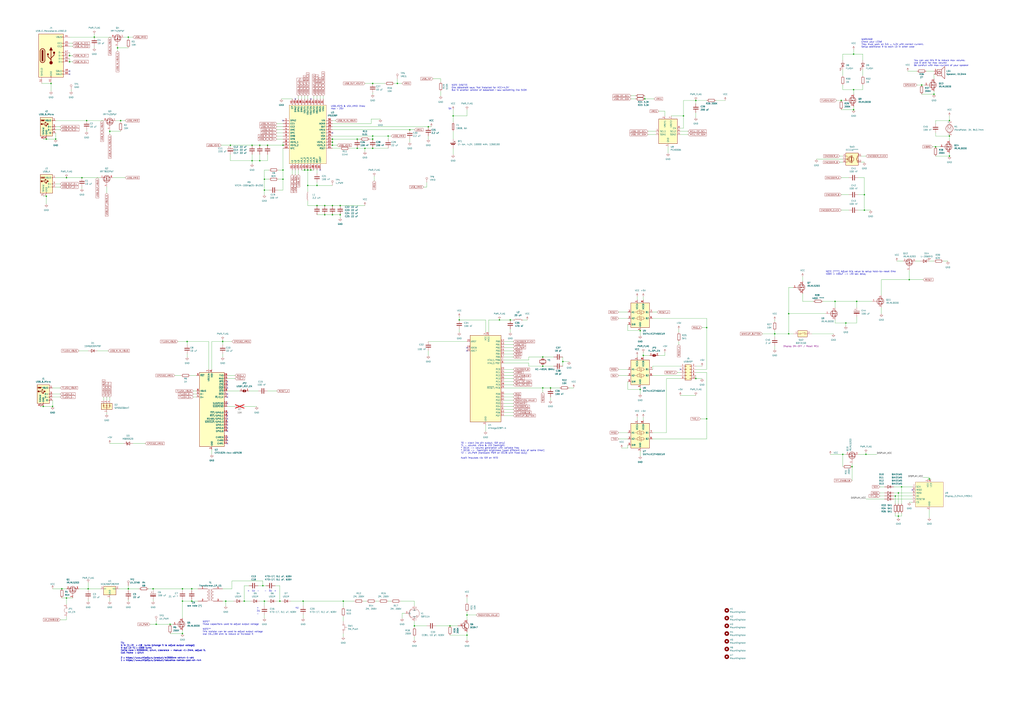
<source format=kicad_sch>
(kicad_sch (version 20230121) (generator eeschema)
  (paper "A1")
  (junction (at 255.27 139.7))
  (junction (at 452.12 318.77))
  (junction (at 340.36 514.35))
  (junction (at 692.15 373.38))
  (junction (at 756.92 69.85))
  (junction (at 71.12 99.06))
  (junction (at 685.8 247.65))
  (junction (at 125.73 483.87))
  (junction (at 694.69 265.43))
  (junction (at 709.93 160.02))
  (junction (at 701.04 44.45))
  (junction (at 701.04 73.66))
  (junction (at 38.1 114.3))
  (junction (at 445.77 318.77))
  (junction (at 351.79 104.14))
  (junction (at 149.86 520.7))
  (junction (at 260.35 152.4))
  (junction (at 306.07 114.3))
  (junction (at 647.7 274.32))
  (junction (at 571.5 82.55))
  (junction (at 219.71 119.38))
  (junction (at 149.86 494.03))
  (junction (at 528.32 292.1))
  (junction (at 445.77 293.37))
  (junction (at 232.41 147.32))
  (junction (at 735.33 407.67))
  (junction (at 699.77 383.54))
  (junction (at 273.05 119.38))
  (junction (at 77.47 30.48))
  (junction (at 217.17 156.21))
  (junction (at 182.88 280.67))
  (junction (at 232.41 119.38))
  (junction (at 139.7 513.08))
  (junction (at 740.41 400.05))
  (junction (at 281.94 494.03))
  (junction (at 189.23 119.38))
  (junction (at 580.39 269.24))
  (junction (at 157.48 483.87))
  (junction (at 57.15 45.72))
  (junction (at 571.5 311.15))
  (junction (at 57.15 50.8))
  (junction (at 273.05 114.3))
  (junction (at 709.93 172.72))
  (junction (at 737.87 424.18))
  (junction (at 336.55 106.68))
  (junction (at 561.34 95.25))
  (junction (at 67.31 146.05))
  (junction (at 299.72 121.92))
  (junction (at 767.08 77.47))
  (junction (at 45.72 114.3))
  (junction (at 647.7 257.81))
  (junction (at 250.19 139.7))
  (junction (at 153.67 280.67))
  (junction (at 580.39 344.17))
  (junction (at 72.39 483.87))
  (junction (at 149.86 483.87))
  (junction (at 213.36 132.08))
  (junction (at 266.7 168.91))
  (junction (at 35.56 334.01))
  (junction (at 763.27 393.7))
  (junction (at 445.77 300.99))
  (junction (at 410.21 262.89))
  (junction (at 266.7 176.53))
  (junction (at 248.92 494.03))
  (junction (at 306.07 121.92))
  (junction (at 273.05 116.84))
  (junction (at 105.41 30.48))
  (junction (at 779.78 99.06))
  (junction (at 260.35 168.91))
  (junction (at 306.07 68.58))
  (junction (at 701.04 90.17))
  (junction (at 99.06 99.06))
  (junction (at 185.42 494.03))
  (junction (at 229.87 494.03))
  (junction (at 462.28 297.18))
  (junction (at 217.17 494.03))
  (junction (at 273.05 176.53))
  (junction (at 377.19 262.89))
  (junction (at 252.73 139.7))
  (junction (at 779.78 111.76))
  (junction (at 96.52 39.37))
  (junction (at 326.39 68.58))
  (junction (at 746.76 229.87))
  (junction (at 273.05 168.91))
  (junction (at 38.1 161.29))
  (junction (at 213.36 119.38))
  (junction (at 200.66 494.03))
  (junction (at 50.8 483.87))
  (junction (at 232.41 139.7))
  (junction (at 306.07 111.76))
  (junction (at 529.59 81.28))
  (junction (at 207.01 132.08))
  (junction (at 525.78 271.78))
  (junction (at 318.77 111.76))
  (junction (at 215.9 481.33))
  (junction (at 207.01 119.38))
  (junction (at 279.4 176.53))
  (junction (at 690.88 82.55))
  (junction (at 636.27 274.32))
  (junction (at 419.1 262.89))
  (junction (at 43.18 334.01))
  (junction (at 369.57 514.35))
  (junction (at 90.17 107.95))
  (junction (at 711.2 373.38))
  (junction (at 383.54 505.46))
  (junction (at 252.73 152.4))
  (junction (at 105.41 483.87))
  (junction (at 779.78 128.27))
  (junction (at 703.58 247.65))
  (junction (at 157.48 494.03))
  (junction (at 217.17 147.32))
  (junction (at 372.11 95.25))
  (junction (at 383.54 521.97))
  (junction (at 737.87 405.13))
  (junction (at 54.61 146.05))
  (junction (at 525.78 320.04))
  (junction (at 279.4 168.91))
  (junction (at 293.37 114.3))
  (junction (at 41.91 68.58))
  (junction (at 54.61 491.49))
  (junction (at 128.27 513.08))
  (junction (at 293.37 121.92))
  (junction (at 768.35 120.65))
  (no_connect (at 186.69 323.85))
  (no_connect (at 186.69 341.63))
  (no_connect (at 186.69 361.95))
  (no_connect (at 186.69 351.79))
  (no_connect (at 186.69 346.71))
  (no_connect (at 186.69 344.17))
  (no_connect (at 57.15 60.96))
  (no_connect (at 57.15 58.42))
  (no_connect (at 186.69 326.39))
  (no_connect (at 186.69 331.47))
  (no_connect (at 186.69 354.33))
  (no_connect (at 186.69 364.49))
  (no_connect (at 383.54 288.29))
  (no_connect (at 186.69 313.69))
  (no_connect (at 242.57 81.28))
  (no_connect (at 273.05 109.22))
  (no_connect (at 186.69 316.23))
  (no_connect (at 558.8 303.53))
  (no_connect (at 749.3 402.59))
  (no_connect (at 186.69 349.25))
  (no_connect (at 186.69 339.09))
  (no_connect (at 186.69 359.41))
  (no_connect (at 232.41 99.06))
  (no_connect (at 262.89 139.7))
  (no_connect (at 383.54 285.75))
  (no_connect (at 186.69 318.77))
  (no_connect (at 255.27 81.28))
  (wire (pts (xy 245.11 78.74) (xy 245.11 81.28)))
  (wire (pts (xy 200.66 481.33) (xy 200.66 494.03)))
  (wire (pts (xy 207.01 132.08) (xy 213.36 132.08)))
  (wire (pts (xy 383.54 90.17) (xy 383.54 95.25)))
  (wire (pts (xy 185.42 494.03) (xy 185.42 497.84)))
  (wire (pts (xy 213.36 494.03) (xy 217.17 494.03)))
  (wire (pts (xy 414.02 295.91) (xy 434.34 295.91)))
  (wire (pts (xy 273.05 99.06) (xy 275.59 99.06)))
  (wire (pts (xy 734.06 410.21) (xy 749.3 410.21)))
  (wire (pts (xy 689.61 128.27) (xy 692.15 128.27)))
  (wire (pts (xy 266.7 176.53) (xy 273.05 176.53)))
  (wire (pts (xy 734.06 407.67) (xy 735.33 407.67)))
  (wire (pts (xy 228.6 147.32) (xy 232.41 147.32)))
  (wire (pts (xy 255.27 139.7) (xy 257.81 139.7)))
  (wire (pts (xy 659.13 227.33) (xy 659.13 231.14)))
  (wire (pts (xy 571.5 92.71) (xy 571.5 96.52)))
  (wire (pts (xy 71.12 99.06) (xy 85.09 99.06)))
  (wire (pts (xy 105.41 30.48) (xy 105.41 31.75)))
  (wire (pts (xy 45.72 153.67) (xy 49.53 153.67)))
  (wire (pts (xy 746.76 229.87) (xy 758.19 229.87)))
  (wire (pts (xy 232.41 156.21) (xy 228.6 156.21)))
  (wire (pts (xy 735.33 421.64) (xy 735.33 424.18)))
  (wire (pts (xy 123.19 513.08) (xy 128.27 513.08)))
  (wire (pts (xy 57.15 50.8) (xy 59.69 50.8)))
  (wire (pts (xy 45.72 146.05) (xy 54.61 146.05)))
  (wire (pts (xy 217.17 156.21) (xy 217.17 160.02)))
  (wire (pts (xy 303.53 114.3) (xy 306.07 114.3)))
  (wire (pts (xy 515.62 266.7) (xy 515.62 271.78)))
  (wire (pts (xy 90.17 491.49) (xy 90.17 494.03)))
  (wire (pts (xy 217.17 494.03) (xy 217.17 497.84)))
  (wire (pts (xy 523.24 243.84) (xy 523.24 246.38)))
  (wire (pts (xy 541.02 292.1) (xy 546.1 292.1)))
  (wire (pts (xy 515.62 271.78) (xy 525.78 271.78)))
  (wire (pts (xy 462.28 297.18) (xy 462.28 300.99)))
  (wire (pts (xy 372.11 121.92) (xy 372.11 127)))
  (wire (pts (xy 528.32 289.56) (xy 528.32 292.1)))
  (wire (pts (xy 546.1 292.1) (xy 546.1 289.56)))
  (wire (pts (xy 372.11 95.25) (xy 372.11 100.33)))
  (wire (pts (xy 306.07 121.92) (xy 318.77 121.92)))
  (wire (pts (xy 462.28 293.37) (xy 462.28 297.18)))
  (wire (pts (xy 228.6 139.7) (xy 232.41 139.7)))
  (wire (pts (xy 547.37 311.15) (xy 558.8 311.15)))
  (wire (pts (xy 260.35 139.7) (xy 260.35 142.24)))
  (wire (pts (xy 247.65 139.7) (xy 250.19 139.7)))
  (wire (pts (xy 763.27 214.63) (xy 767.08 214.63)))
  (wire (pts (xy 260.35 149.86) (xy 260.35 152.4)))
  (wire (pts (xy 90.17 106.68) (xy 90.17 107.95)))
  (wire (pts (xy 571.5 82.55) (xy 561.34 82.55)))
  (wire (pts (xy 204.47 481.33) (xy 200.66 481.33)))
  (wire (pts (xy 182.88 290.83) (xy 182.88 293.37)))
  (wire (pts (xy 273.05 114.3) (xy 293.37 114.3)))
  (wire (pts (xy 758.19 392.43) (xy 763.27 392.43)))
  (wire (pts (xy 207.01 127) (xy 207.01 132.08)))
  (wire (pts (xy 547.37 311.15) (xy 547.37 355.6)))
  (wire (pts (xy 186.69 308.61) (xy 193.04 308.61)))
  (wire (pts (xy 101.6 30.48) (xy 105.41 30.48)))
  (wire (pts (xy 336.55 106.68) (xy 340.36 106.68)))
  (wire (pts (xy 57.15 35.56) (xy 59.69 35.56)))
  (wire (pts (xy 87.63 339.09) (xy 87.63 340.36)))
  (wire (pts (xy 452.12 318.77) (xy 459.74 318.77)))
  (wire (pts (xy 768.35 101.6) (xy 768.35 99.06)))
  (wire (pts (xy 740.41 400.05) (xy 740.41 414.02)))
  (wire (pts (xy 43.18 318.77) (xy 49.53 318.77)))
  (wire (pts (xy 694.69 265.43) (xy 694.69 267.97)))
  (wire (pts (xy 551.18 95.25) (xy 561.34 95.25)))
  (wire (pts (xy 515.62 313.69) (xy 515.62 320.04)))
  (wire (pts (xy 690.88 160.02) (xy 697.23 160.02)))
  (wire (pts (xy 723.9 229.87) (xy 746.76 229.87)))
  (wire (pts (xy 273.05 168.91) (xy 279.4 168.91)))
  (wire (pts (xy 87.63 326.39) (xy 87.63 328.93)))
  (wire (pts (xy 414.02 323.85) (xy 421.64 323.85)))
  (wire (pts (xy 383.54 502.92) (xy 383.54 505.46)))
  (wire (pts (xy 213.36 132.08) (xy 219.71 132.08)))
  (wire (pts (xy 692.15 373.38) (xy 694.69 373.38)))
  (wire (pts (xy 328.93 494.03) (xy 340.36 494.03)))
  (wire (pts (xy 410.21 262.89) (xy 401.32 262.89)))
  (wire (pts (xy 158.75 326.39) (xy 161.29 326.39)))
  (wire (pts (xy 523.24 342.9) (xy 523.24 345.44)))
  (wire (pts (xy 740.41 424.18) (xy 740.41 421.64)))
  (wire (pts (xy 50.8 483.87) (xy 54.61 483.87)))
  (wire (pts (xy 273.05 119.38) (xy 276.86 119.38)))
  (wire (pts (xy 685.8 262.89) (xy 685.8 265.43)))
  (wire (pts (xy 528.32 292.1) (xy 533.4 292.1)))
  (wire (pts (xy 260.35 176.53) (xy 266.7 176.53)))
  (wire (pts (xy 217.17 505.46) (xy 217.17 508)))
  (wire (pts (xy 330.2 504.19) (xy 330.2 508)))
  (wire (pts (xy 763.27 419.1) (xy 763.27 425.45)))
  (wire (pts (xy 182.88 494.03) (xy 185.42 494.03)))
  (wire (pts (xy 279.4 176.53) (xy 279.4 179.07)))
  (wire (pts (xy 252.73 165.1) (xy 252.73 168.91)))
  (wire (pts (xy 756.92 77.47) (xy 767.08 77.47)))
  (wire (pts (xy 414.02 336.55) (xy 421.64 336.55)))
  (wire (pts (xy 508 308.61) (xy 515.62 308.61)))
  (wire (pts (xy 529.59 78.74) (xy 529.59 81.28)))
  (wire (pts (xy 260.35 78.74) (xy 260.35 81.28)))
  (wire (pts (xy 699.77 383.54) (xy 699.77 381)))
  (wire (pts (xy 80.01 288.29) (xy 88.9 288.29)))
  (wire (pts (xy 737.87 405.13) (xy 737.87 414.02)))
  (wire (pts (xy 737.87 424.18) (xy 740.41 424.18)))
  (wire (pts (xy 659.13 241.3) (xy 659.13 247.65)))
  (wire (pts (xy 734.06 405.13) (xy 737.87 405.13)))
  (wire (pts (xy 571.5 308.61) (xy 571.5 311.15)))
  (wire (pts (xy 707.39 128.27) (xy 711.2 128.27)))
  (wire (pts (xy 709.93 146.05) (xy 709.93 160.02)))
  (wire (pts (xy 298.45 494.03) (xy 300.99 494.03)))
  (wire (pts (xy 293.37 114.3) (xy 295.91 114.3)))
  (wire (pts (xy 414.02 290.83) (xy 421.64 290.83)))
  (wire (pts (xy 307.34 144.78) (xy 307.34 148.59)))
  (wire (pts (xy 54.61 146.05) (xy 67.31 146.05)))
  (wire (pts (xy 434.34 293.37) (xy 445.77 293.37)))
  (wire (pts (xy 96.52 39.37) (xy 105.41 39.37)))
  (wire (pts (xy 306.07 111.76) (xy 306.07 114.3)))
  (wire (pts (xy 227.33 109.22) (xy 232.41 109.22)))
  (wire (pts (xy 49.53 509.27) (xy 54.61 509.27)))
  (wire (pts (xy 157.48 483.87) (xy 157.48 485.14)))
  (wire (pts (xy 421.64 262.89) (xy 419.1 262.89)))
  (wire (pts (xy 43.18 326.39) (xy 49.53 326.39)))
  (wire (pts (xy 525.78 271.78) (xy 525.78 275.59)))
  (wire (pts (xy 692.15 69.85) (xy 692.15 73.66)))
  (wire (pts (xy 523.24 292.1) (xy 523.24 293.37)))
  (wire (pts (xy 326.39 68.58) (xy 330.2 68.58)))
  (wire (pts (xy 558.8 110.49) (xy 565.15 110.49)))
  (wire (pts (xy 340.36 523.24) (xy 340.36 525.78)))
  (wire (pts (xy 701.04 73.66) (xy 701.04 77.47)))
  (wire (pts (xy 372.11 107.95) (xy 372.11 114.3)))
  (wire (pts (xy 737.87 424.18) (xy 737.87 425.45)))
  (wire (pts (xy 71.12 106.68) (xy 71.12 107.95)))
  (wire (pts (xy 736.6 214.63) (xy 741.68 214.63)))
  (wire (pts (xy 213.36 119.38) (xy 219.71 119.38)))
  (wire (pts (xy 257.81 78.74) (xy 257.81 81.28)))
  (wire (pts (xy 351.79 104.14) (xy 354.33 104.14)))
  (wire (pts (xy 576.58 269.24) (xy 580.39 269.24)))
  (wire (pts (xy 58.42 73.66) (xy 58.42 74.93)))
  (wire (pts (xy 45.72 151.13) (xy 49.53 151.13)))
  (wire (pts (xy 414.02 326.39) (xy 421.64 326.39)))
  (wire (pts (xy 383.54 521.97) (xy 383.54 525.78)))
  (wire (pts (xy 200.66 334.01) (xy 210.82 334.01)))
  (wire (pts (xy 515.62 320.04) (xy 525.78 320.04)))
  (wire (pts (xy 571.5 82.55) (xy 571.5 85.09)))
  (wire (pts (xy 670.56 130.81) (xy 692.15 130.81)))
  (wire (pts (xy 377.19 260.35) (xy 377.19 262.89)))
  (wire (pts (xy 647.7 236.22) (xy 651.51 236.22)))
  (wire (pts (xy 156.21 308.61) (xy 161.29 308.61)))
  (wire (pts (xy 323.85 68.58) (xy 326.39 68.58)))
  (wire (pts (xy 753.11 69.85) (xy 756.92 69.85)))
  (wire (pts (xy 185.42 494.03) (xy 191.77 494.03)))
  (wire (pts (xy 722.63 407.67) (xy 726.44 407.67)))
  (wire (pts (xy 149.86 483.87) (xy 157.48 483.87)))
  (wire (pts (xy 685.8 265.43) (xy 694.69 265.43)))
  (wire (pts (xy 692.15 383.54) (xy 692.15 373.38)))
  (wire (pts (xy 153.67 290.83) (xy 153.67 293.37)))
  (wire (pts (xy 414.02 331.47) (xy 421.64 331.47)))
  (wire (pts (xy 299.72 121.92) (xy 306.07 121.92)))
  (wire (pts (xy 414.02 313.69) (xy 421.64 313.69)))
  (wire (pts (xy 43.18 334.01) (xy 43.18 328.93)))
  (wire (pts (xy 260.35 152.4) (xy 273.05 152.4)))
  (wire (pts (xy 580.39 82.55) (xy 571.5 82.55)))
  (wire (pts (xy 125.73 485.14) (xy 125.73 483.87)))
  (wire (pts (xy 105.41 485.14) (xy 105.41 483.87)))
  (wire (pts (xy 204.47 321.31) (xy 212.09 321.31)))
  (wire (pts (xy 232.41 116.84) (xy 232.41 119.38)))
  (wire (pts (xy 318.77 111.76) (xy 318.77 114.3)))
  (wire (pts (xy 571.5 300.99) (xy 576.58 300.99)))
  (wire (pts (xy 139.7 513.08) (xy 142.24 513.08)))
  (wire (pts (xy 508 360.68) (xy 515.62 360.68)))
  (wire (pts (xy 50.8 491.49) (xy 54.61 491.49)))
  (wire (pts (xy 709.93 172.72) (xy 715.01 172.72)))
  (wire (pts (xy 711.2 373.38) (xy 720.09 373.38)))
  (wire (pts (xy 419.1 270.51) (xy 419.1 273.05)))
  (wire (pts (xy 227.33 111.76) (xy 232.41 111.76)))
  (wire (pts (xy 535.94 261.62) (xy 580.39 261.62)))
  (wire (pts (xy 247.65 78.74) (xy 247.65 81.28)))
  (wire (pts (xy 281.94 494.03) (xy 290.83 494.03)))
  (wire (pts (xy 64.77 483.87) (xy 72.39 483.87)))
  (wire (pts (xy 248.92 494.03) (xy 281.94 494.03)))
  (wire (pts (xy 518.16 78.74) (xy 521.97 78.74)))
  (wire (pts (xy 121.92 483.87) (xy 125.73 483.87)))
  (wire (pts (xy 306.07 76.2) (xy 306.07 77.47)))
  (wire (pts (xy 414.02 334.01) (xy 421.64 334.01)))
  (wire (pts (xy 273.05 106.68) (xy 336.55 106.68)))
  (wire (pts (xy 561.34 82.55) (xy 561.34 95.25)))
  (wire (pts (xy 273.05 176.53) (xy 279.4 176.53)))
  (wire (pts (xy 306.07 111.76) (xy 318.77 111.76)))
  (wire (pts (xy 636.27 276.86) (xy 636.27 274.32)))
  (wire (pts (xy 401.32 262.89) (xy 401.32 273.05)))
  (wire (pts (xy 219.71 127) (xy 219.71 132.08)))
  (wire (pts (xy 232.41 147.32) (xy 232.41 156.21)))
  (wire (pts (xy 355.6 64.77) (xy 361.95 64.77)))
  (wire (pts (xy 157.48 483.87) (xy 162.56 483.87)))
  (wire (pts (xy 212.09 481.33) (xy 215.9 481.33)))
  (wire (pts (xy 77.47 38.1) (xy 77.47 39.37)))
  (wire (pts (xy 414.02 316.23) (xy 421.64 316.23)))
  (wire (pts (xy 299.72 68.58) (xy 306.07 68.58)))
  (wire (pts (xy 318.77 494.03) (xy 321.31 494.03)))
  (wire (pts (xy 351.79 111.76) (xy 351.79 114.3)))
  (wire (pts (xy 242.57 139.7) (xy 242.57 143.51)))
  (wire (pts (xy 735.33 407.67) (xy 749.3 407.67)))
  (wire (pts (xy 181.61 119.38) (xy 189.23 119.38)))
  (wire (pts (xy 326.39 64.77) (xy 326.39 68.58)))
  (wire (pts (xy 90.17 107.95) (xy 90.17 110.49)))
  (wire (pts (xy 95.25 99.06) (xy 99.06 99.06)))
  (wire (pts (xy 685.8 247.65) (xy 685.8 252.73)))
  (wire (pts (xy 105.41 30.48) (xy 109.22 30.48)))
  (wire (pts (xy 182.88 280.67) (xy 190.5 280.67)))
  (wire (pts (xy 54.61 491.49) (xy 59.69 491.49)))
  (wire (pts (xy 90.17 364.49) (xy 101.6 364.49)))
  (wire (pts (xy 189.23 119.38) (xy 207.01 119.38)))
  (wire (pts (xy 414.02 303.53) (xy 421.64 303.53)))
  (wire (pts (xy 508 303.53) (xy 515.62 303.53)))
  (wire (pts (xy 273.05 104.14) (xy 351.79 104.14)))
  (wire (pts (xy 675.64 247.65) (xy 685.8 247.65)))
  (wire (pts (xy 779.78 125.73) (xy 779.78 128.27)))
  (wire (pts (xy 182.88 283.21) (xy 182.88 280.67)))
  (wire (pts (xy 173.99 369.57) (xy 173.99 373.38)))
  (wire (pts (xy 704.85 172.72) (xy 709.93 172.72)))
  (wire (pts (xy 248.92 497.84) (xy 248.92 494.03)))
  (wire (pts (xy 760.73 58.42) (xy 767.08 58.42)))
  (wire (pts (xy 38.1 114.3) (xy 45.72 114.3)))
  (wire (pts (xy 186.69 334.01) (xy 193.04 334.01)))
  (wire (pts (xy 41.91 68.58) (xy 41.91 74.93)))
  (wire (pts (xy 207.01 132.08) (xy 207.01 134.62)))
  (wire (pts (xy 190.5 483.87) (xy 190.5 477.52)))
  (wire (pts (xy 250.19 139.7) (xy 252.73 139.7)))
  (wire (pts (xy 546.1 91.44) (xy 546.1 95.25)))
  (wire (pts (xy 207.01 119.38) (xy 213.36 119.38)))
  (wire (pts (xy 190.5 477.52) (xy 215.9 477.52)))
  (wire (pts (xy 125.73 492.76) (xy 125.73 494.03)))
  (wire (pts (xy 158.75 321.31) (xy 161.29 321.31)))
  (wire (pts (xy 340.36 514.35) (xy 350.52 514.35)))
  (wire (pts (xy 77.47 30.48) (xy 91.44 30.48)))
  (wire (pts (xy 588.01 82.55) (xy 595.63 82.55)))
  (wire (pts (xy 219.71 119.38) (xy 232.41 119.38)))
  (wire (pts (xy 445.77 300.99) (xy 454.66 300.99)))
  (wire (pts (xy 232.41 121.92) (xy 232.41 139.7)))
  (wire (pts (xy 347.98 153.67) (xy 350.52 153.67)))
  (wire (pts (xy 558.8 325.12) (xy 571.5 325.12)))
  (wire (pts (xy 45.72 106.68) (xy 49.53 106.68)))
  (wire (pts (xy 636.27 274.32) (xy 647.7 274.32)))
  (wire (pts (xy 703.58 247.65) (xy 703.58 252.73)))
  (wire (pts (xy 445.77 318.77) (xy 445.77 322.58)))
  (wire (pts (xy 580.39 269.24) (xy 580.39 303.53)))
  (wire (pts (xy 561.34 95.25) (xy 561.34 105.41)))
  (wire (pts (xy 252.73 168.91) (xy 260.35 168.91)))
  (wire (pts (xy 414.02 339.09) (xy 421.64 339.09)))
  (wire (pts (xy 701.04 87.63) (xy 701.04 90.17)))
  (wire (pts (xy 232.41 139.7) (xy 232.41 147.32)))
  (wire (pts (xy 763.27 392.43) (xy 763.27 393.7)))
  (wire (pts (xy 199.39 494.03) (xy 200.66 494.03)))
  (wire (pts (xy 690.88 82.55) (xy 693.42 82.55)))
  (wire (pts (xy 704.85 160.02) (xy 709.93 160.02)))
  (wire (pts (xy 659.13 247.65) (xy 668.02 247.65)))
  (wire (pts (xy 429.26 262.89) (xy 433.07 262.89)))
  (wire (pts (xy 90.17 326.39) (xy 90.17 328.93)))
  (wire (pts (xy 626.11 274.32) (xy 636.27 274.32)))
  (wire (pts (xy 561.34 105.41) (xy 558.8 105.41)))
  (wire (pts (xy 149.86 483.87) (xy 149.86 485.14)))
  (wire (pts (xy 54.61 491.49) (xy 54.61 496.57)))
  (wire (pts (xy 54.61 509.27) (xy 54.61 506.73)))
  (wire (pts (xy 525.78 320.04) (xy 525.78 323.85)))
  (wire (pts (xy 105.41 481.33) (xy 105.41 483.87)))
  (wire (pts (xy 709.93 160.02) (xy 709.93 172.72)))
  (wire (pts (xy 515.62 368.3) (xy 515.62 365.76)))
  (wire (pts (xy 219.71 321.31) (xy 227.33 321.31)))
  (wire (pts (xy 340.36 514.35) (xy 340.36 515.62)))
  (wire (pts (xy 217.17 494.03) (xy 219.71 494.03)))
  (wire (pts (xy 99.06 99.06) (xy 102.87 99.06)))
  (wire (pts (xy 414.02 280.67) (xy 421.64 280.67)))
  (wire (pts (xy 694.69 265.43) (xy 703.58 265.43)))
  (wire (pts (xy 767.08 60.96) (xy 767.08 64.77)))
  (wire (pts (xy 746.76 222.25) (xy 746.76 229.87)))
  (wire (pts (xy 72.39 483.87) (xy 82.55 483.87)))
  (wire (pts (xy 306.07 68.58) (xy 316.23 68.58)))
  (wire (pts (xy 704.85 373.38) (xy 711.2 373.38)))
  (wire (pts (xy 419.1 262.89) (xy 410.21 262.89)))
  (wire (pts (xy 575.31 344.17) (xy 580.39 344.17)))
  (wire (pts (xy 57.15 48.26) (xy 57.15 50.8)))
  (wire (pts (xy 340.36 510.54) (xy 340.36 514.35)))
  (wire (pts (xy 87.63 153.67) (xy 87.63 158.75)))
  (wire (pts (xy 157.48 494.03) (xy 162.56 494.03)))
  (wire (pts (xy 756.92 69.85) (xy 759.46 69.85)))
  (wire (pts (xy 149.86 518.16) (xy 149.86 520.7)))
  (wire (pts (xy 215.9 481.33) (xy 218.44 481.33)))
  (wire (pts (xy 45.72 114.3) (xy 45.72 109.22)))
  (wire (pts (xy 186.69 311.15) (xy 193.04 311.15)))
  (wire (pts (xy 273.05 116.84) (xy 273.05 119.38)))
  (wire (pts (xy 252.73 152.4) (xy 252.73 157.48)))
  (wire (pts (xy 182.88 483.87) (xy 190.5 483.87)))
  (wire (pts (xy 398.78 273.05) (xy 398.78 262.89)))
  (wire (pts (xy 109.22 364.49) (xy 119.38 364.49)))
  (wire (pts (xy 350.52 153.67) (xy 350.52 149.86)))
  (wire (pts (xy 260.35 168.91) (xy 266.7 168.91)))
  (wire (pts (xy 636.27 271.78) (xy 636.27 274.32)))
  (wire (pts (xy 701.04 44.45) (xy 708.66 44.45)))
  (wire (pts (xy 701.04 73.66) (xy 708.66 73.66)))
  (wire (pts (xy 361.95 64.77) (xy 361.95 67.31)))
  (wire (pts (xy 779.78 111.76) (xy 779.78 115.57)))
  (wire (pts (xy 414.02 341.63) (xy 421.64 341.63)))
  (wire (pts (xy 90.17 107.95) (xy 99.06 107.95)))
  (wire (pts (xy 252.73 139.7) (xy 252.73 152.4)))
  (wire (pts (xy 762 393.7) (xy 763.27 393.7)))
  (wire (pts (xy 281.94 506.73) (xy 281.94 510.54)))
  (wire (pts (xy 445.77 293.37) (xy 454.66 293.37)))
  (wire (pts (xy 67.31 153.67) (xy 67.31 154.94)))
  (wire (pts (xy 299.72 121.92) (xy 299.72 124.46)))
  (wire (pts (xy 215.9 477.52) (xy 215.9 481.33)))
  (wire (pts (xy 67.31 146.05) (xy 82.55 146.05)))
  (wire (pts (xy 273.05 121.92) (xy 279.4 121.92)))
  (wire (pts (xy 340.36 494.03) (xy 340.36 497.84)))
  (wire (pts (xy 34.29 68.58) (xy 41.91 68.58)))
  (wire (pts (xy 525.78 318.77) (xy 525.78 320.04)))
  (wire (pts (xy 149.86 494.03) (xy 149.86 508)))
  (wire (pts (xy 281.94 494.03) (xy 281.94 499.11)))
  (wire (pts (xy 751.84 214.63) (xy 755.65 214.63)))
  (wire (pts (xy 746.76 412.75) (xy 749.3 412.75)))
  (wire (pts (xy 304.8 101.6) (xy 304.8 97.79)))
  (wire (pts (xy 548.64 120.65) (xy 548.64 125.73)))
  (wire (pts (xy 740.41 400.05) (xy 749.3 400.05)))
  (wire (pts (xy 217.17 156.21) (xy 220.98 156.21)))
  (wire (pts (xy 508 355.6) (xy 515.62 355.6)))
  (wire (pts (xy 774.7 214.63) (xy 778.51 214.63)))
  (wire (pts (xy 146.05 280.67) (xy 153.67 280.67)))
  (wire (pts (xy 681.99 373.38) (xy 692.15 373.38)))
  (wire (pts (xy 43.18 323.85) (xy 49.53 323.85)))
  (wire (pts (xy 414.02 293.37) (xy 421.64 293.37)))
  (wire (pts (xy 213.36 127) (xy 213.36 132.08)))
  (wire (pts (xy 636.27 262.89) (xy 636.27 264.16)))
  (wire (pts (xy 692.15 44.45) (xy 701.04 44.45)))
  (wire (pts (xy 383.54 519.43) (xy 383.54 521.97)))
  (wire (pts (xy 318.77 111.76) (xy 321.31 111.76)))
  (wire (pts (xy 57.15 43.18) (xy 57.15 45.72)))
  (wire (pts (xy 35.56 114.3) (xy 38.1 114.3)))
  (wire (pts (xy 689.61 133.35) (xy 692.15 133.35)))
  (wire (pts (xy 369.57 514.35) (xy 375.92 514.35)))
  (wire (pts (xy 97.79 483.87) (xy 105.41 483.87)))
  (wire (pts (xy 186.69 321.31) (xy 196.85 321.31)))
  (wire (pts (xy 383.54 95.25) (xy 372.11 95.25)))
  (wire (pts (xy 687.07 82.55) (xy 690.88 82.55)))
  (wire (pts (xy 708.66 57.15) (xy 708.66 62.23)))
  (wire (pts (xy 96.52 38.1) (xy 96.52 39.37)))
  (wire (pts (xy 143.51 308.61) (xy 148.59 308.61)))
  (wire (pts (xy 128.27 510.54) (xy 128.27 513.08)))
  (wire (pts (xy 35.56 161.29) (xy 38.1 161.29)))
  (wire (pts (xy 125.73 483.87) (xy 149.86 483.87)))
  (wire (pts (xy 647.7 257.81) (xy 647.7 274.32)))
  (wire (pts (xy 666.75 274.32) (xy 684.53 274.32)))
  (wire (pts (xy 768.35 99.06) (xy 779.78 99.06)))
  (wire (pts (xy 217.17 147.32) (xy 220.98 147.32)))
  (wire (pts (xy 528.32 293.37) (xy 528.32 292.1)))
  (wire (pts (xy 414.02 318.77) (xy 445.77 318.77)))
  (wire (pts (xy 701.04 40.64) (xy 701.04 44.45)))
  (wire (pts (xy 250.19 78.74) (xy 250.19 81.28)))
  (wire (pts (xy 445.77 318.77) (xy 452.12 318.77)))
  (wire (pts (xy 703.58 247.65) (xy 716.28 247.65)))
  (wire (pts (xy 535.94 308.61) (xy 558.8 308.61)))
  (wire (pts (xy 765.81 120.65) (xy 768.35 120.65)))
  (wire (pts (xy 182.88 280.67) (xy 173.99 280.67)))
  (wire (pts (xy 768.35 109.22) (xy 768.35 111.76)))
  (wire (pts (xy 45.72 99.06) (xy 71.12 99.06)))
  (wire (pts (xy 281.94 520.7) (xy 281.94 523.24)))
  (wire (pts (xy 541.02 91.44) (xy 546.1 91.44)))
  (wire (pts (xy 153.67 280.67) (xy 153.67 283.21)))
  (wire (pts (xy 452.12 326.39) (xy 452.12 328.93)))
  (wire (pts (xy 383.54 505.46) (xy 383.54 509.27)))
  (wire (pts (xy 57.15 45.72) (xy 59.69 45.72)))
  (wire (pts (xy 734.06 400.05) (xy 740.41 400.05)))
  (wire (pts (xy 647.7 236.22) (xy 647.7 257.81)))
  (wire (pts (xy 92.71 146.05) (xy 102.87 146.05)))
  (wire (pts (xy 43.18 483.87) (xy 50.8 483.87)))
  (wire (pts (xy 414.02 308.61) (xy 421.64 308.61)))
  (wire (pts (xy 262.89 78.74) (xy 262.89 81.28)))
  (wire (pts (xy 525.78 370.84) (xy 525.78 374.65)))
  (wire (pts (xy 72.39 485.14) (xy 72.39 483.87)))
  (wire (pts (xy 556.26 306.07) (xy 558.8 306.07)))
  (wire (pts (xy 96.52 39.37) (xy 96.52 41.91)))
  (wire (pts (xy 763.27 393.7) (xy 764.54 393.7)))
  (wire (pts (xy 273.05 101.6) (xy 304.8 101.6)))
  (wire (pts (xy 557.53 280.67) (xy 557.53 283.21)))
  (wire (pts (xy 735.33 424.18) (xy 737.87 424.18)))
  (wire (pts (xy 735.33 407.67) (xy 735.33 414.02)))
  (wire (pts (xy 398.78 349.25) (xy 398.78 354.33)))
  (wire (pts (xy 229.87 481.33) (xy 229.87 494.03)))
  (wire (pts (xy 266.7 168.91) (xy 273.05 168.91)))
  (wire (pts (xy 105.41 483.87) (xy 114.3 483.87)))
  (wire (pts (xy 580.39 306.07) (xy 571.5 306.07)))
  (wire (pts (xy 33.02 334.01) (xy 35.56 334.01)))
  (wire (pts (xy 173.99 280.67) (xy 173.99 303.53)))
  (wire (pts (xy 372.11 90.17) (xy 372.11 95.25)))
  (wire (pts (xy 227.33 114.3) (xy 232.41 114.3)))
  (wire (pts (xy 690.88 146.05) (xy 697.23 146.05)))
  (wire (pts (xy 227.33 494.03) (xy 229.87 494.03)))
  (wire (pts (xy 467.36 318.77) (xy 471.17 318.77)))
  (wire (pts (xy 690.88 90.17) (xy 701.04 90.17)))
  (wire (pts (xy 711.2 372.11) (xy 711.2 373.38)))
  (wire (pts (xy 273.05 114.3) (xy 273.05 116.84)))
  (wire (pts (xy 580.39 261.62) (xy 580.39 269.24)))
  (wire (pts (xy 200.66 494.03) (xy 205.74 494.03)))
  (wire (pts (xy 414.02 288.29) (xy 421.64 288.29)))
  (wire (pts (xy 722.63 400.05) (xy 726.44 400.05)))
  (wire (pts (xy 351.79 288.29) (xy 351.79 292.1)))
  (wire (pts (xy 77.47 27.94) (xy 77.47 30.48)))
  (wire (pts (xy 149.86 494.03) (xy 157.48 494.03)))
  (wire (pts (xy 699.77 394.97) (xy 699.77 383.54)))
  (wire (pts (xy 361.95 74.93) (xy 361.95 78.74)))
  (wire (pts (xy 72.39 492.76) (xy 72.39 494.03)))
  (wire (pts (xy 647.7 274.32) (xy 651.51 274.32)))
  (wire (pts (xy 231.14 81.28) (xy 240.03 81.28)))
  (wire (pts (xy 158.75 323.85) (xy 161.29 323.85)))
  (wire (pts (xy 182.88 279.4) (xy 182.88 280.67)))
  (wire (pts (xy 248.92 505.46) (xy 248.92 508)))
  (wire (pts (xy 708.66 44.45) (xy 708.66 49.53)))
  (wire (pts (xy 737.87 421.64) (xy 737.87 424.18)))
  (wire (pts (xy 768.35 120.65) (xy 772.16 120.65)))
  (wire (pts (xy 157.48 492.76) (xy 157.48 494.03)))
  (wire (pts (xy 229.87 494.03) (xy 231.14 494.03)))
  (wire (pts (xy 220.98 139.7) (xy 217.17 139.7)))
  (wire (pts (xy 252.73 139.7) (xy 255.27 139.7)))
  (wire (pts (xy 72.39 478.79) (xy 72.39 483.87)))
  (wire (pts (xy 248.92 494.03) (xy 238.76 494.03)))
  (wire (pts (xy 57.15 30.48) (xy 77.47 30.48)))
  (wire (pts (xy 510.54 368.3) (xy 515.62 368.3)))
  (wire (pts (xy 535.94 303.53) (xy 535.94 300.99)))
  (wire (pts (xy 149.86 492.76) (xy 149.86 494.03)))
  (wire (pts (xy 414.02 306.07) (xy 421.64 306.07)))
  (wire (pts (xy 227.33 106.68) (xy 232.41 106.68)))
  (wire (pts (xy 703.58 260.35) (xy 703.58 265.43)))
  (wire (pts (xy 434.34 298.45) (xy 434.34 300.99)))
  (wire (pts (xy 252.73 78.74) (xy 252.73 81.28)))
  (wire (pts (xy 293.37 121.92) (xy 299.72 121.92)))
  (wire (pts (xy 85.09 326.39) (xy 85.09 328.93)))
  (wire (pts (xy 398.78 262.89) (xy 377.19 262.89)))
  (wire (pts (xy 745.49 58.42) (xy 753.11 58.42)))
  (wire (pts (xy 767.08 74.93) (xy 767.08 77.47)))
  (wire (pts (xy 692.15 57.15) (xy 692.15 62.23)))
  (wire (pts (xy 768.35 111.76) (xy 779.78 111.76)))
  (wire (pts (xy 737.87 405.13) (xy 749.3 405.13)))
  (wire (pts (xy 226.06 481.33) (xy 229.87 481.33)))
  (wire (pts (xy 528.32 243.84) (xy 528.32 246.38)))
  (wire (pts (xy 414.02 328.93) (xy 421.64 328.93)))
  (wire (pts (xy 704.85 146.05) (xy 709.93 146.05)))
  (wire (pts (xy 692.15 73.66) (xy 701.04 73.66)))
  (wire (pts (xy 260.35 152.4) (xy 252.73 152.4)))
  (wire (pts (xy 57.15 38.1) (xy 59.69 38.1)))
  (wire (pts (xy 518.16 81.28) (xy 521.97 81.28)))
  (wire (pts (xy 99.06 99.06) (xy 99.06 100.33)))
  (wire (pts (xy 358.14 514.35) (xy 369.57 514.35)))
  (wire (pts (xy 414.02 283.21) (xy 421.64 283.21)))
  (wire (pts (xy 558.8 107.95) (xy 565.15 107.95)))
  (wire (pts (xy 383.54 491.49) (xy 383.54 495.3)))
  (wire (pts (xy 571.5 311.15) (xy 576.58 311.15)))
  (wire (pts (xy 532.13 110.49) (xy 538.48 110.49)))
  (wire (pts (xy 217.17 139.7) (xy 217.17 147.32)))
  (wire (pts (xy 38.1 161.29) (xy 38.1 167.64)))
  (wire (pts (xy 332.74 504.19) (xy 330.2 504.19)))
  (wire (pts (xy 304.8 97.79) (xy 312.42 97.79)))
  (wire (pts (xy 647.7 257.81) (xy 678.18 257.81)))
  (wire (pts (xy 414.02 311.15) (xy 421.64 311.15)))
  (wire (pts (xy 636.27 284.48) (xy 636.27 287.02)))
  (wire (pts (xy 708.66 69.85) (xy 708.66 73.66)))
  (wire (pts (xy 64.77 288.29) (xy 72.39 288.29)))
  (wire (pts (xy 105.41 492.76) (xy 105.41 494.03)))
  (wire (pts (xy 692.15 44.45) (xy 692.15 49.53)))
  (wire (pts (xy 273.05 111.76) (xy 306.07 111.76)))
  (wire (pts (xy 227.33 104.14) (xy 232.41 104.14)))
  (wire (pts (xy 723.9 252.73) (xy 723.9 257.81)))
  (wire (pts (xy 768.35 128.27) (xy 779.78 128.27)))
  (wire (pts (xy 690.88 172.72) (xy 697.23 172.72)))
  (wire (pts (xy 571.5 303.53) (xy 580.39 303.53)))
  (wire (pts (xy 434.34 295.91) (xy 434.34 293.37)))
  (wire (pts (xy 171.45 280.67) (xy 171.45 303.53)))
  (wire (pts (xy 535.94 300.99) (xy 558.8 300.99)))
  (wire (pts (xy 535.94 256.54) (xy 539.75 256.54)))
  (wire (pts (xy 139.7 520.7) (xy 149.86 520.7)))
  (wire (pts (xy 369.57 521.97) (xy 383.54 521.97)))
  (wire (pts (xy 279.4 168.91) (xy 299.72 168.91)))
  (wire (pts (xy 547.37 355.6) (xy 535.94 355.6)))
  (wire (pts (xy 414.02 285.75) (xy 421.64 285.75)))
  (wire (pts (xy 434.34 300.99) (xy 445.77 300.99)))
  (wire (pts (xy 532.13 107.95) (xy 538.48 107.95)))
  (wire (pts (xy 685.8 247.65) (xy 703.58 247.65)))
  (wire (pts (xy 528.32 342.9) (xy 528.32 345.44)))
  (wire (pts (xy 128.27 513.08) (xy 139.7 513.08)))
  (wire (pts (xy 779.78 95.25) (xy 779.78 99.06)))
  (wire (pts (xy 265.43 78.74) (xy 265.43 81.28)))
  (wire (pts (xy 722.63 405.13) (xy 726.44 405.13)))
  (wire (pts (xy 153.67 280.67) (xy 171.45 280.67)))
  (wire (pts (xy 45.72 104.14) (xy 49.53 104.14)))
  (wire (pts (xy 377.19 270.51) (xy 377.19 273.05)))
  (wire (pts (xy 35.56 334.01) (xy 43.18 334.01)))
  (wire (pts (xy 414.02 298.45) (xy 434.34 298.45)))
  (wire (pts (xy 240.03 139.7) (xy 240.03 143.51)))
  (wire (pts (xy 707.39 133.35) (xy 709.93 133.35)))
  (wire (pts (xy 245.11 139.7) (xy 245.11 143.51)))
  (wire (pts (xy 287.02 121.92) (xy 293.37 121.92)))
  (wire (pts (xy 508 261.62) (xy 515.62 261.62)))
  (wire (pts (xy 308.61 494.03) (xy 311.15 494.03)))
  (wire (pts (xy 580.39 306.07) (xy 580.39 344.17)))
  (wire (pts (xy 580.39 344.17) (xy 580.39 360.68)))
  (wire (pts (xy 351.79 280.67) (xy 383.54 280.67)))
  (wire (pts (xy 711.2 410.21) (xy 726.44 410.21)))
  (wire (pts (xy 383.54 505.46) (xy 391.16 505.46)))
  (wire (pts (xy 462.28 297.18) (xy 467.36 297.18)))
  (wire (pts (xy 189.23 132.08) (xy 207.01 132.08)))
  (wire (pts (xy 336.55 114.3) (xy 336.55 116.84)))
  (wire (pts (xy 723.9 229.87) (xy 723.9 242.57)))
  (wire (pts (xy 189.23 127) (xy 189.23 132.08)))
  (wire (pts (xy 557.53 270.51) (xy 557.53 273.05)))
  (wire (pts (xy 529.59 81.28) (xy 537.21 81.28)))
  (wire (pts (xy 227.33 101.6) (xy 232.41 101.6)))
  (wire (pts (xy 217.17 147.32) (xy 217.17 156.21)))
  (wire (pts (xy 508 256.54) (xy 515.62 256.54)))
  (wire (pts (xy 580.39 360.68) (xy 535.94 360.68)))
  (text "4U" (at 242.57 500.38 0) (effects (font (size 1.27 1.27)) (justify left bottom)))
  (text "T0 - clock [no pin output, ISR only]\nT1 - volume, vibro & LED flashlight.\n* OC1A -> volume generation with variable freq\n* OC1B ->  flashlight brightness [used different duty of same timer]\nT2 - UV_PWM (hardware PWM on OC2B with fixed duty)\n\nAwait impulses via ISR on INT0\n" (at 378.46 377.19 0) (effects (font (size 1.27 1.27)) (justify left bottom)))
  (text "USB_VSYS & USV_VMID lines:\nmax ~ 25V" (at 271.78 90.17 0) (effects (font (size 1.27 1.27)) (justify left bottom)))
  (text "-" (at 210.82 505.46 0) (effects (font (size 1.27 1.27)) (justify left bottom)))
  (text "NOTE [****] Adjust this value to setup hold-to-reset time\n400K + 100uF -> ~20 sec delay" (at 678.18 226.06 0) (effects (font (size 1.27 1.27)) (justify left bottom)))
  (text "5A" (at 368.3 90.17 0) (effects (font (size 1.27 1.27)) (justify left bottom)))
  (text "2U" (at 210.82 502.92 0) (effects (font (size 1.27 1.27)) (justify left bottom)))
  (text "T1:\nN in [1-2]  : ~18  turns (change it to adjust output voltage)\nN out [3-4] : 1000 turns\nFerite core : М2000НМ, Ш4х4, clearance - manual ~1-2mm, adjust it. \nCoil frame  : Ш4х4 \n\n2 x https://www.chipdip.ru/product/m2000nm-sh4x4-1-sht\n1 x https://www.chipdip.ru/product/katushka-karkas-pod-sh-4x4" (at 99.06 543.56 0) (effects (font (size 1.27 1.27) (thickness 0.254) bold) (justify left bottom)))
  (text "+" (at 210.82 500.38 0) (effects (font (size 1.27 1.27)) (justify left bottom)))
  (text "+  1U  -" (at 203.2 486.41 0) (effects (font (size 1.27 1.27)) (justify left bottom)))
  (text "NOTE*\nThese capacitors used to adjust output voltage\n\nNOTE**\nThis resistor can be used to adjust output voltage\nUse 10...100 ohm to reduce or increase it" (at 166.37 521.97 0) (effects (font (size 1.27 1.27)) (justify left bottom)))
  (text "NOTE [VSET?]\nOne datasheet says 'Not installed for VCC=4.2V'\nBut in another version of datasheet I saw something like 510K" (at 370.84 74.93 0) (effects (font (size 1.27 1.27)) (justify left bottom)))
  (text "-  3U  +" (at 217.17 486.41 0) (effects (font (size 1.27 1.27)) (justify left bottom)))
  (text "WARNING!\nCheck your LEDs!\nThey must work on 3.5 ... 4.2V with correct current.\nSetup additional R to each LD in other case" (at 707.39 39.37 0) (effects (font (size 1.27 1.27)) (justify left bottom)))
  (text "You can use this R to reduce max volume.\nUse 0 ohm for max volume\nBe carefull with max-current of your speaker" (at 750.57 54.61 0) (effects (font (size 1.27 1.27)) (justify left bottom)))
  (label "DISPLAY_VCC" (at 758.19 392.43 180))
  (label "DISPLAY_VCC" (at 711.2 410.21 180))
  (label "DISPLAY_VCC" (at 720.09 373.38 0))
  (global_label "USB_IN_D-" (shape input) (at 227.33 106.68 180) (property "Intersheetrefs" "${INTERSHEET_REFS}" (effects hide)))
  (global_label "USB_OUT_VBUS_G" (shape input) (at 252.73 78.74 90) (property "Intersheetrefs" "${INTERSHEET_REFS}" (effects hide)))
  (global_label "USB_VMID" (shape input) (at 102.87 146.05 0) (property "Intersheetrefs" "${INTERSHEET_REFS}" (effects hide)))
  (global_label "UV_ENABLE#" (shape input) (at 49.53 509.27 180) (property "Intersheetrefs" "${INTERSHEET_REFS}" (effects hide)))
  (global_label "FLUSH_VBUS" (shape input) (at 158.75 321.31 180) (property "Intersheetrefs" "${INTERSHEET_REFS}" (effects hide)))
  (global_label "TXD" (shape input) (at 421.64 326.39 0) (property "Intersheetrefs" "${INTERSHEET_REFS}" (effects hide)))
  (global_label "UV_PWM" (shape input) (at 123.19 513.08 180) (property "Intersheetrefs" "${INTERSHEET_REFS}" (effects hide)))
  (global_label "USB_OUT_VOUT2" (shape input) (at 257.81 78.74 90) (property "Intersheetrefs" "${INTERSHEET_REFS}" (effects hide)))
  (global_label "USB_VMID" (shape input) (at 347.98 153.67 180) (property "Intersheetrefs" "${INTERSHEET_REFS}" (effects hide)))
  (global_label "USB_M_IN_VBUS" (shape input) (at 88.9 288.29 0) (property "Intersheetrefs" "${INTERSHEET_REFS}" (effects hide)))
  (global_label "RXD_V" (shape input) (at 576.58 269.24 180) (property "Intersheetrefs" "${INTERSHEET_REFS}" (effects hide)))
  (global_label "SCK" (shape input) (at 722.63 400.05 180) (property "Intersheetrefs" "${INTERSHEET_REFS}" (effects hide)))
  (global_label "FLUSH_VBUS" (shape input) (at 49.53 318.77 0) (property "Intersheetrefs" "${INTERSHEET_REFS}" (effects hide)))
  (global_label "RESET_V" (shape input) (at 556.26 306.07 180) (property "Intersheetrefs" "${INTERSHEET_REFS}" (effects hide)))
  (global_label "USB_INT" (shape input) (at 355.6 64.77 180) (property "Intersheetrefs" "${INTERSHEET_REFS}" (effects hide)))
  (global_label "FLASHLIGHT" (shape input) (at 687.07 82.55 180) (property "Intersheetrefs" "${INTERSHEET_REFS}" (effects hide)))
  (global_label "SPEAKER" (shape input) (at 421.64 331.47 0) (property "Intersheetrefs" "${INTERSHEET_REFS}" (effects hide)))
  (global_label "USB_M_IN_VBUS" (shape input) (at 83.82 99.06 270) (property "Intersheetrefs" "${INTERSHEET_REFS}" (effects hide)))
  (global_label "USB_OUT_VOUT2" (shape input) (at 299.72 68.58 180) (property "Intersheetrefs" "${INTERSHEET_REFS}" (effects hide)))
  (global_label "FLUSH_D-" (shape input) (at 90.17 326.39 90) (property "Intersheetrefs" "${INTERSHEET_REFS}" (effects hide)))
  (global_label "USB_IN_D+" (shape input) (at 59.69 50.8 0) (property "Intersheetrefs" "${INTERSHEET_REFS}" (effects hide)))
  (global_label "USB_I2C_SCL" (shape input) (at 532.13 107.95 180) (property "Intersheetrefs" "${INTERSHEET_REFS}" (effects hide)))
  (global_label "SPEAKER" (shape input) (at 753.11 69.85 180) (property "Intersheetrefs" "${INTERSHEET_REFS}" (effects hide)))
  (global_label "USB_OUT_VBUS" (shape input) (at 80.01 146.05 270) (property "Intersheetrefs" "${INTERSHEET_REFS}" (effects hide)))
  (global_label "USB_I2C_SDA" (shape input) (at 518.16 81.28 180) (property "Intersheetrefs" "${INTERSHEET_REFS}" (effects hide)))
  (global_label "RXD" (shape input) (at 508 261.62 180) (property "Intersheetrefs" "${INTERSHEET_REFS}" (effects hide)))
  (global_label "USB_VMID" (shape input) (at 109.22 30.48 0) (property "Intersheetrefs" "${INTERSHEET_REFS}" (effects hide)))
  (global_label "RESET" (shape input) (at 445.77 322.58 270) (property "Intersheetrefs" "${INTERSHEET_REFS}" (effects hide)))
  (global_label "FLUSH_D-" (shape input) (at 49.53 326.39 0) (property "Intersheetrefs" "${INTERSHEET_REFS}" (effects hide)))
  (global_label "MOSI" (shape input) (at 722.63 405.13 180) (property "Intersheetrefs" "${INTERSHEET_REFS}" (effects hide)))
  (global_label "FLUSH_VBUS" (shape input) (at 85.09 326.39 90) (property "Intersheetrefs" "${INTERSHEET_REFS}" (effects hide)))
  (global_label "VREG" (shape input) (at 541.02 91.44 180) (property "Intersheetrefs" "${INTERSHEET_REFS}" (effects hide)))
  (global_label "USB_M_IN_D+" (shape input) (at 49.53 104.14 0) (property "Intersheetrefs" "${INTERSHEET_REFS}" (effects hide)))
  (global_label "USB_VMID" (shape input) (at 102.87 99.06 0) (property "Intersheetrefs" "${INTERSHEET_REFS}" (effects hide)))
  (global_label "MOSI" (shape input) (at 421.64 288.29 0) (property "Intersheetrefs" "${INTERSHEET_REFS}" (effects hide)))
  (global_label "USB_IN_CC2" (shape input) (at 59.69 38.1 0) (property "Intersheetrefs" "${INTERSHEET_REFS}" (effects hide)))
  (global_label "FLUSH_D+" (shape input) (at 158.75 326.39 180) (property "Intersheetrefs" "${INTERSHEET_REFS}" (effects hide)))
  (global_label "FLUSH_VBUS" (shape input) (at 64.77 288.29 180) (property "Intersheetrefs" "${INTERSHEET_REFS}" (effects hide)))
  (global_label "CP2102_VREG" (shape input) (at 119.38 364.49 0) (property "Intersheetrefs" "${INTERSHEET_REFS}" (effects hide)))
  (global_label "RESET" (shape input) (at 508 256.54 180) (property "Intersheetrefs" "${INTERSHEET_REFS}" (effects hide)))
  (global_label "CP2102_VREG" (shape input) (at 143.51 308.61 180) (property "Intersheetrefs" "${INTERSHEET_REFS}" (effects hide)))
  (global_label "USB_VSYS" (shape input) (at 181.61 119.38 180) (property "Intersheetrefs" "${INTERSHEET_REFS}" (effects hide)))
  (global_label "USB_M_IN_VBUS_G" (shape input) (at 265.43 78.74 90) (property "Intersheetrefs" "${INTERSHEET_REFS}" (effects hide)))
  (global_label "MISO" (shape input) (at 421.64 290.83 0) (property "Intersheetrefs" "${INTERSHEET_REFS}" (effects hide)))
  (global_label "WAKEUP_BUTTON" (shape input) (at 421.64 341.63 0) (property "Intersheetrefs" "${INTERSHEET_REFS}" (effects hide)))
  (global_label "USB_OUT_D+" (shape input) (at 49.53 151.13 0) (property "Intersheetrefs" "${INTERSHEET_REFS}" (effects hide)))
  (global_label "USB_VMID" (shape input) (at 321.31 111.76 0) (property "Intersheetrefs" "${INTERSHEET_REFS}" (effects hide)))
  (global_label "RESET_V" (shape input) (at 539.75 256.54 0) (property "Intersheetrefs" "${INTERSHEET_REFS}" (effects hide)))
  (global_label "FLUSH_D+" (shape input) (at 87.63 326.39 90) (property "Intersheetrefs" "${INTERSHEET_REFS}" (effects hide)))
  (global_label "TFT_DC" (shape input) (at 722.63 407.67 180) (property "Intersheetrefs" "${INTERSHEET_REFS}" (effects hide)))
  (global_label "TXD_V" (shape input) (at 193.04 311.15 0) (property "Intersheetrefs" "${INTERSHEET_REFS}" (effects hide)))
  (global_label "USB_IN_CC1" (shape input) (at 227.33 101.6 180) (property "Intersheetrefs" "${INTERSHEET_REFS}" (effects hide)))
  (global_label "USB_M_IN_D+" (shape input) (at 227.33 114.3 180) (property "Intersheetrefs" "${INTERSHEET_REFS}" (effects hide)))
  (global_label "RESET_V" (shape input) (at 227.33 321.31 0) (property "Intersheetrefs" "${INTERSHEET_REFS}" (effects hide)))
  (global_label "USB_INT" (shape input) (at 245.11 143.51 270) (property "Intersheetrefs" "${INTERSHEET_REFS}" (effects hide)))
  (global_label "USB_IN_VBUS" (shape input) (at 262.89 78.74 90) (property "Intersheetrefs" "${INTERSHEET_REFS}" (effects hide)))
  (global_label "USB_M_IN_VBUS" (shape input) (at 275.59 99.06 0) (property "Intersheetrefs" "${INTERSHEET_REFS}" (effects hide)))
  (global_label "MCU_I2C_SCL" (shape input) (at 565.15 107.95 0) (property "Intersheetrefs" "${INTERSHEET_REFS}" (effects hide)))
  (global_label "USB_INT" (shape input) (at 421.64 283.21 0) (property "Intersheetrefs" "${INTERSHEET_REFS}" (effects hide)))
  (global_label "ENCODER_A" (shape input) (at 689.61 128.27 180) (property "Intersheetrefs" "${INTERSHEET_REFS}" (effects hide)))
  (global_label "RESET" (shape input) (at 758.19 229.87 0) (property "Intersheetrefs" "${INTERSHEET_REFS}" (effects hide)))
  (global_label "USB_I2C_SDA" (shape input) (at 242.57 143.51 270) (property "Intersheetrefs" "${INTERSHEET_REFS}" (effects hide)))
  (global_label "MISO" (shape input) (at 508 355.6 180) (property "Intersheetrefs" "${INTERSHEET_REFS}" (effects hide)))
  (global_label "ENCODER_CLICK" (shape input) (at 421.64 280.67 0) (property "Intersheetrefs" "${INTERSHEET_REFS}" (effects hide)))
  (global_label "SCK" (shape input) (at 508 308.61 180) (property "Intersheetrefs" "${INTERSHEET_REFS}" (effects hide)))
  (global_label "USB_I2C_SDA" (shape input) (at 532.13 110.49 180) (property "Intersheetrefs" "${INTERSHEET_REFS}" (effects hide)))
  (global_label "USB_IN_VBUS_G" (shape input) (at 260.35 78.74 90) (property "Intersheetrefs" "${INTERSHEET_REFS}" (effects hide)))
  (global_label "RADIATION_VALUE" (shape input) (at 391.16 505.46 0) (property "Intersheetrefs" "${INTERSHEET_REFS}" (effects hide)))
  (global_label "USB_OUT_D-" (shape input) (at 49.53 153.67 0) (property "Intersheetrefs" "${INTERSHEET_REFS}" (effects hide)))
  (global_label "USB_I2C_SCL" (shape input) (at 518.16 78.74 180) (property "Intersheetrefs" "${INTERSHEET_REFS}" (effects hide)))
  (global_label "FLUSH_VBUS" (shape input) (at 146.05 280.67 180) (property "Intersheetrefs" "${INTERSHEET_REFS}" (effects hide)))
  (global_label "MCU_I2C_SDA" (shape input) (at 565.15 110.49 0) (property "Intersheetrefs" "${INTERSHEET_REFS}" (effects hide)))
  (global_label "RXD_V" (shape input) (at 193.04 308.61 0) (property "Intersheetrefs" "${INTERSHEET_REFS}" (effects hide)))
  (global_label "MCU_I2C_SDA" (shape input) (at 421.64 313.69 0) (property "Intersheetrefs" "${INTERSHEET_REFS}" (effects hide)))
  (global_label "ENCODER_CLICK" (shape input) (at 690.88 172.72 180) (property "Intersheetrefs" "${INTERSHEET_REFS}" (effects hide)))
  (global_label "UV_ENABLE#" (shape input) (at 421.64 308.61 0) (property "Intersheetrefs" "${INTERSHEET_REFS}" (effects hide)))
  (global_label "USB_VSYS" (shape input) (at 276.86 119.38 0) (property "Intersheetrefs" "${INTERSHEET_REFS}" (effects hide)))
  (global_label "USB_IN_CC2" (shape input) (at 227.33 104.14 180) (property "Intersheetrefs" "${INTERSHEET_REFS}" (effects hide)))
  (global_label "VIBRO" (shape input) (at 765.81 120.65 180) (property "Intersheetrefs" "${INTERSHEET_REFS}" (effects hide)))
  (global_label "VREG" (shape input) (at 330.2 68.58 0) (property "Intersheetrefs" "${INTERSHEET_REFS}" (effects hide)))
  (global_label "USB_M_IN_D-" (shape input) (at 227.33 111.76 180) (property "Intersheetrefs" "${INTERSHEET_REFS}" (effects hide)))
  (global_label "USB_M_IN_VBUS_G" (shape input) (at 90.17 110.49 270) (property "Intersheetrefs" "${INTERSHEET_REFS}" (effects hide)))
  (global_label "CP2102_VREG" (shape input) (at 190.5 280.67 0) (property "Intersheetrefs" "${INTERSHEET_REFS}" (effects hide)))
  (global_label "TXD_V" (shape input) (at 575.31 344.17 180) (property "Intersheetrefs" "${INTERSHEET_REFS}" (effects hide)))
  (global_label "ENCODER_CLICK" (shape input) (at 711.2 128.27 0) (property "Intersheetrefs" "${INTERSHEET_REFS}" (effects hide)))
  (global_label "USB_OUT_D+" (shape input) (at 245.11 78.74 90) (property "Intersheetrefs" "${INTERSHEET_REFS}" (effects hide)))
  (global_label "USB_OUT_D-" (shape input) (at 247.65 78.74 90) (property "Intersheetrefs" "${INTERSHEET_REFS}" (effects hide)))
  (global_label "MOSI" (shape input) (at 508 303.53 180) (property "Intersheetrefs" "${INTERSHEET_REFS}" (effects hide)))
  (global_label "RXD" (shape input) (at 421.64 323.85 0) (property "Intersheetrefs" "${INTERSHEET_REFS}" (effects hide)))
  (global_label "FLUSH_D-" (shape input) (at 158.75 323.85 180) (property "Intersheetrefs" "${INTERSHEET_REFS}" (effects hide)))
  (global_label "ENCODER_A" (shape input) (at 690.88 146.05 180) (property "Intersheetrefs" "${INTERSHEET_REFS}" (effects hide)))
  (global_label "USB_OUT_VBUS_G" (shape input) (at 87.63 158.75 270) (property "Intersheetrefs" "${INTERSHEET_REFS}" (effects hide)))
  (global_label "TFT_DC" (shape input) (at 421.64 311.15 0) (property "Intersheetrefs" "${INTERSHEET_REFS}" (effects hide)))
  (global_label "USB_I2C_SCL" (shape input) (at 240.03 143.51 270) (property "Intersheetrefs" "${INTERSHEET_REFS}" (effects hide)))
  (global_label "USB_IN_VBUS" (shape input) (at 90.17 30.48 270) (property "Intersheetrefs" "${INTERSHEET_REFS}" (effects hide)))
  (global_label "SCK" (shape input) (at 421.64 293.37 0) (property "Intersheetrefs" "${INTERSHEET_REFS}" (effects hide)))
  (global_label "TFT_ENABLE#" (shape input) (at 421.64 339.09 0) (property "Intersheetrefs" "${INTERSHEET_REFS}" (effects hide)))
  (global_label "UV_PWM" (shape input) (at 421.64 285.75 0) (property "Intersheetrefs" "${INTERSHEET_REFS}" (effects hide)))
  (global_label "FLUSH_D+" (shape input) (at 49.53 323.85 0) (property "Intersheetrefs" "${INTERSHEET_REFS}" (effects hide)))
  (global_label "USB_IN_D-" (shape input) (at 59.69 45.72 0) (property "Intersheetrefs" "${INTERSHEET_REFS}" (effects hide)))
  (global_label "VIBRO" (shape input) (at 421.64 306.07 0) (property "Intersheetrefs" "${INTERSHEET_REFS}" (effects hide)))
  (global_label "TXD" (shape input) (at 508 360.68 180) (property "Intersheetrefs" "${INTERSHEET_REFS}" (effects hide)))
  (global_label "ENCODER_B" (shape input) (at 421.64 303.53 0) (property "Intersheetrefs" "${INTERSHEET_REFS}" (effects hide)))
  (global_label "VREG" (shape input) (at 307.34 148.59 270) (property "Intersheetrefs" "${INTERSHEET_REFS}" (effects hide)))
  (global_label "WAKEUP_BUTTON" (shape input) (at 626.11 274.32 180) (property "Intersheetrefs" "${INTERSHEET_REFS}" (effects hide)))
  (global_label "ENCODER_B" (shape input) (at 690.88 160.02 180) (property "Intersheetrefs" "${INTERSHEET_REFS}" (effects hide)))
  (global_label "RADIATION_VALUE" (shape input) (at 421.64 328.93 0) (property "Intersheetrefs" "${INTERSHEET_REFS}" (effects hide)))
  (global_label "FLASHLIGHT" (shape input) (at 421.64 336.55 0) (property "Intersheetrefs" "${INTERSHEET_REFS}" (effects hide)))
  (global_label "USB_IN_CC1" (shape input) (at 59.69 35.56 0) (property "Intersheetrefs" "${INTERSHEET_REFS}" (effects hide)))
  (global_label "MCU_I2C_SCL" (shape input) (at 421.64 316.23 0) (property "Intersheetrefs" "${INTERSHEET_REFS}" (effects hide)))
  (global_label "VREG" (shape input) (at 340.36 106.68 0) (property "Intersheetrefs" "${INTERSHEET_REFS}" (effects hide)))
  (global_label "USB_OUT_VBUS" (shape input) (at 250.19 78.74 90) (property "Intersheetrefs" "${INTERSHEET_REFS}" (effects hide)))
  (global_label "ENCODER_B" (shape input) (at 689.61 133.35 180) (property "Intersheetrefs" "${INTERSHEET_REFS}" (effects hide)))
  (global_label "ENCODER_A" (shape input) (at 421.64 334.01 0) (property "Intersheetrefs" "${INTERSHEET_REFS}" (effects hide)))
  (global_label "USB_IN_VBUS_G" (shape input) (at 96.52 41.91 270) (property "Intersheetrefs" "${INTERSHEET_REFS}" (effects hide)))
  (global_label "TFT_ENABLE#" (shape input) (at 699.77 394.97 180) (property "Intersheetrefs" "${INTERSHEET_REFS}" (effects hide)))
  (global_label "VREG" (shape input) (at 537.21 81.28 0) (property "Intersheetrefs" "${INTERSHEET_REFS}" (effects hide)))
  (global_label "USB_IN_D+" (shape input) (at 227.33 109.22 180) (property "Intersheetrefs" "${INTERSHEET_REFS}" (effects hide)))
  (global_label "RESET_V" (shape input) (at 557.53 283.21 270) (property "Intersheetrefs" "${INTERSHEET_REFS}" (effects hide)))
  (global_label "USB_M_IN_D-" (shape input) (at 49.53 106.68 0) (property "Intersheetrefs" "${INTERSHEET_REFS}" (effects hide)))
  (symbol (lib_id "power:PWR_FLAG") (at 72.39 478.79 0) (unit 1)
    (property "Reference" "#FLG02" (effects hide))
    (property "Value" "PWR_FLAG" (at 72.39 474.98 0))
  )
  (symbol (lib_id "power:GND") (at 58.42 74.93 0) (unit 1)
    (property "Reference" "#PWR06" (effects hide))
    (property "Value" "GND" (at 58.42 80.01 0))
  )
  (symbol (lib_id "My_Library:Display_2.2inch_ili9341") (at 763.27 407.67 0) (unit 1)
    (property "Reference" "U9" (at 775.97 405.13 0) (effects (justify left)))
    (property "Value" "Display_2.2inch_ili9341" (at 775.97 407.67 0) (effects (justify left)))
    (property "Footprint" "Library:Display_2.2inch_ili9341" (effects hide))
  )
  (symbol (lib_id "power:GND") (at 231.14 81.28 0) (unit 1)
    (property "Reference" "#PWR025" (effects hide))
    (property "Value" "GND" (at 231.14 86.36 0))
  )
  (symbol (lib_id "Interface:PCA9306") (at 548.64 107.95 0) (unit 1)
    (property "Reference" "U8" (at 550.6594 120.65 0) (effects (justify left)))
    (property "Value" "PCA9306" (at 550.6594 123.19 0) (effects (justify left)))
    (property "Footprint" "Package_SO:MSOP-8_3x3mm_P0.65mm" (effects hide))
    (property "Datasheet" "http://www.ti.com/lit/ds/symlink/pca9306.pdf" (effects hide))
  )
  (symbol (lib_id "power:GND") (at 71.12 107.95 0) (unit 1)
    (property "Reference" "#PWR08" (effects hide))
    (property "Value" "GND" (at 71.12 113.03 0))
  )
  (symbol (lib_id "Transistor_BJT:BC847") (at 381 514.35 0) (unit 1)
    (property "Reference" "Q6" (at 386.08 513.0799 0) (effects (justify left)))
    (property "Value" "BC847" (at 386.08 515.6199 0) (effects (justify left)))
    (property "Footprint" "Package_TO_SOT_SMD:SOT-23" (effects hide))
    (property "Datasheet" "http://www.infineon.com/dgdl/Infineon-BC847SERIES_BC848SERIES_BC849SERIES_BC850SERIES-DS-v01_01-en.pdf?fileId=db3a304314dca389011541d4630a1657" (effects hide))
  )
  (symbol (lib_id "Device:R") (at 224.79 139.7 270) (unit 1)
    (property "Reference" "R8" (at 224.79 142.24 90))
    (property "Value" "82K" (at 224.79 144.78 90))
    (property "Footprint" "Resistor_SMD:R_0805_2012Metric" (effects hide))
  )
  (symbol (lib_id "Device:C") (at 207.01 123.19 0) (unit 1)
    (property "Reference" "C12" (at 191.77 120.65 0) (effects (justify left)))
    (property "Value" "22 uF" (at 196.85 120.65 0) (effects (justify left)))
    (property "Footprint" "Capacitor_SMD:C_1210_3225Metric" (effects hide))
  )
  (symbol (lib_id "Connector:USB_B_Micro") (at 38.1 104.14 0) (unit 1)
    (property "Reference" "J2" (at 38.1 91.44 0))
    (property "Value" "USB_B_Micro" (at 38.1 93.98 0))
    (property "Footprint" "Library:USB_Micro-B" (effects hide))
  )
  (symbol (lib_id "power:VCC") (at 659.13 227.33 0) (unit 1)
    (property "Reference" "#PWR071" (effects hide))
    (property "Value" "VCC" (at 659.13 222.25 0))
  )
  (symbol (lib_id "power:GND") (at 709.93 133.35 0) (unit 1)
    (property "Reference" "#PWR078" (effects hide))
    (property "Value" "GND" (at 709.93 138.43 0))
  )
  (symbol (lib_id "Device:R") (at 740.41 417.83 0) (unit 1)
    (property "Reference" "R35" (at 727.71 420.37 0) (effects (justify right)))
    (property "Value" "5K1" (at 732.79 420.37 0) (effects (justify right)))
    (property "Footprint" "Resistor_SMD:R_0805_2012Metric" (effects hide))
  )
  (symbol (lib_id "power:GND") (at 715.01 172.72 0) (unit 1)
    (property "Reference" "#PWR079" (effects hide))
    (property "Value" "GND" (at 715.01 177.8 0))
  )
  (symbol (lib_id "power:GND") (at 767.08 77.47 0) (unit 1)
    (property "Reference" "#PWR086" (effects hide))
    (property "Value" "GND" (at 767.08 82.55 0))
  )
  (symbol (lib_id "Device:R") (at 525.78 81.28 270) (unit 1)
    (property "Reference" "R24" (at 525.78 83.82 90))
    (property "Value" "3.3K" (at 530.86 83.82 90))
    (property "Footprint" "Resistor_SMD:R_0805_2012Metric" (effects hide))
  )
  (symbol (lib_id "Transistor_FET:IRF7403") (at 87.63 148.59 270) (mirror x) (unit 1)
    (property "Reference" "Q2" (at 87.63 138.43 90))
    (property "Value" "IRF7832PbF" (at 87.63 140.97 90))
    (property "Footprint" "Package_SO:SOIC-8_3.9x4.9mm_P1.27mm" (effects hide))
    (property "Datasheet" "https://www.infineon.com/dgdl/irf7403pbf.pdf?fileId=5546d462533600a4015355fa23541b9c" (effects hide))
  )
  (symbol (lib_id "power:GND") (at 312.42 97.79 0) (unit 1)
    (property "Reference" "#PWR032" (effects hide))
    (property "Value" "GND" (at 312.42 102.87 0))
  )
  (symbol (lib_id "Device:R") (at 340.36 519.43 180) (unit 1)
    (property "Reference" "R18" (at 332.74 518.16 0) (effects (justify right)))
    (property "Value" "200K" (at 332.74 520.7 0) (effects (justify right)))
    (property "Footprint" "Resistor_SMD:R_0805_2012Metric" (effects hide))
  )
  (symbol (lib_id "Device:C") (at 768.35 105.41 180) (unit 1)
    (property "Reference" "C45" (at 758.19 104.14 0) (effects (justify right)))
    (property "Value" "100 nF" (at 758.19 106.68 0) (effects (justify right)))
    (property "Footprint" "Capacitor_SMD:C_0603_1608Metric" (effects hide))
  )
  (symbol (lib_id "Transistor_FET:IRF7404") (at 90.17 101.6 90) (unit 1)
    (property "Reference" "Q3" (at 90.17 91.44 90))
    (property "Value" "IRF7425PbF" (at 90.17 93.98 90))
    (property "Footprint" "Package_SO:SOIC-8_3.9x4.9mm_P1.27mm" (effects hide))
    (property "Datasheet" "http://www.infineon.com/dgdl/irf7404.pdf?fileId=5546d462533600a4015355fa2b5b1b9e" (effects hide))
  )
  (symbol (lib_id "power:VCC") (at 745.49 58.42 0) (unit 1)
    (property "Reference" "#PWR083" (effects hide))
    (property "Value" "VCC" (at 745.49 53.34 0))
  )
  (symbol (lib_id "power:GND") (at 182.88 293.37 0) (unit 1)
    (property "Reference" "#PWR019" (effects hide))
    (property "Value" "GND" (at 182.88 298.45 0))
  )
  (symbol (lib_id "power:VCC") (at 383.54 491.49 0) (unit 1)
    (property "Reference" "#PWR044" (effects hide))
    (property "Value" "VCC" (at 383.54 486.41 0))
  )
  (symbol (lib_id "Device:C_Polarized") (at 125.73 488.95 0) (unit 1)
    (property "Reference" "C6" (at 129.54 486.7909 0) (effects (justify left)))
    (property "Value" "100 uF" (at 129.54 489.3309 0) (effects (justify left)))
    (property "Footprint" "Capacitor_THT:CP_Radial_D5.0mm_P2.50mm" (effects hide))
  )
  (symbol (lib_id "Device:R") (at 735.33 417.83 0) (unit 1)
    (property "Reference" "R33" (at 727.71 415.29 0) (effects (justify right)))
    (property "Value" "5K1" (at 732.79 415.29 0) (effects (justify right)))
    (property "Footprint" "Resistor_SMD:R_0805_2012Metric" (effects hide))
  )
  (symbol (lib_id "Device:C") (at 149.86 488.95 180) (unit 1)
    (property "Reference" "C7" (at 143.51 487.68 0) (effects (justify right)))
    (property "Value" "21 nF *" (at 138.43 490.22 0) (effects (justify right)))
    (property "Footprint" "Capacitor_SMD:C_0603_1608Metric" (effects hide))
  )
  (symbol (lib_id "Device:R") (at 756.92 58.42 270) (unit 1)
    (property "Reference" "R36" (at 756.92 60.96 90))
    (property "Value" "27" (at 756.92 63.5 90))
    (property "Footprint" "Resistor_SMD:R_1206_3216Metric" (effects hide))
  )
  (symbol (lib_id "power:PWR_FLAG") (at 182.88 279.4 0) (unit 1)
    (property "Reference" "#FLG04" (effects hide))
    (property "Value" "PWR_FLAG" (at 182.88 274.32 0))
  )
  (symbol (lib_id "Device:C") (at 458.47 300.99 90) (unit 1)
    (property "Reference" "C38" (at 458.47 304.8 90))
    (property "Value" "18 pF" (at 458.47 307.34 90))
    (property "Footprint" "Capacitor_SMD:C_0603_1608Metric" (effects hide))
  )
  (symbol (lib_id "Device:C") (at 351.79 284.48 0) (unit 1)
    (property "Reference" "C32" (at 344.17 283.21 0) (effects (justify left)))
    (property "Value" "100 nF" (at 342.9 287.02 0) (effects (justify left)))
    (property "Footprint" "Capacitor_SMD:C_0603_1608Metric" (effects hide))
  )
  (symbol (lib_id "Device:Transformer_1P_1S") (at 172.72 488.95 0) (unit 1)
    (property "Reference" "T1" (at 172.7327 478.79 0))
    (property "Value" "Transformer_1P_1S" (at 172.7327 481.33 0))
    (property "Footprint" "Library:transformator-4-sh4x4" (effects hide))
  )
  (symbol (lib_id "Device:C") (at 213.36 123.19 0) (unit 1)
    (property "Reference" "C14" (at 191.77 123.19 0) (effects (justify left)))
    (property "Value" "22 uF" (at 196.85 123.19 0) (effects (justify left)))
    (property "Footprint" "Capacitor_SMD:C_1210_3225Metric" (effects hide))
  )
  (symbol (lib_id "Power_Protection:SP0503BAHT") (at 87.63 334.01 0) (unit 1)
    (property "Reference" "D2" (at 93.98 332.74 0) (effects (justify left)))
    (property "Value" "SP0503BAHT" (at 93.98 335.28 0) (effects (justify left)))
    (property "Footprint" "Package_TO_SOT_SMD:SOT-143" (effects hide))
    (property "Datasheet" "http://www.littelfuse.com/~/media/files/littelfuse/technical%20resources/documents/data%20sheets/sp05xxba.pdf" (effects hide))
  )
  (symbol (lib_id "Device:Crystal") (at 445.77 297.18 90) (unit 1)
    (property "Reference" "Y1" (at 449.58 295.9099 90) (effects (justify right)))
    (property "Value" "HC-49SM, 8MHz" (at 439.42 303.53 90) (effects (justify right)))
    (property "Footprint" "Crystal:Crystal_SMD_HC49-SD" (effects hide))
  )
  (symbol (lib_id "power:VCC") (at 636.27 262.89 0) (unit 1)
    (property "Reference" "#PWR069" (effects hide))
    (property "Value" "VCC" (at 636.27 257.81 0))
  )
  (symbol (lib_id "Transistor_FET:IRLML5203") (at 59.69 486.41 270) (mirror x) (unit 1)
    (property "Reference" "Q1" (at 54.61 476.25 90) (effects (justify left)))
    (property "Value" "IRLML5203" (at 54.61 478.79 90) (effects (justify left)))
    (property "Footprint" "Package_TO_SOT_SMD:SOT-23" (effects hide))
    (property "Datasheet" "https://www.infineon.com/dgdl/irlml5203pbf.pdf?fileId=5546d462533600a40153566868da261d" (effects hide))
  )
  (symbol (lib_id "Mechanical:MountingHole") (at 596.9 508 0) (unit 1)
    (property "Reference" "H2" (at 599.44 506.7299 0) (effects (justify left)))
    (property "Value" "MountingHole" (at 599.44 509.2699 0) (effects (justify left)))
    (property "Footprint" "MountingHole:MountingHole_2.2mm_M2" (effects hide))
  )
  (symbol (lib_id "Device:Battery_Cell") (at 372.11 119.38 0) (unit 1)
    (property "Reference" "BT1" (at 375.92 116.0779 0) (effects (justify left)))
    (property "Value" "Li-Ion, 4.2V, 10000 mAh, 1260100" (at 375.92 118.6179 0) (effects (justify left)))
    (property "Footprint" "Connector_Wire:SolderWire-0.15sqmm_1x02_P4mm_D0.5mm_OD1.5mm" (effects hide))
  )
  (symbol (lib_id "power:GND") (at 351.79 114.3 0) (unit 1)
    (property "Reference" "#PWR036" (effects hide))
    (property "Value" "GND" (at 351.79 119.38 0))
  )
  (symbol (lib_id "power:GND") (at 149.86 520.7 0) (unit 1)
    (property "Reference" "#PWR016" (effects hide))
    (property "Value" "GND" (at 149.86 525.78 0))
  )
  (symbol (lib_id "power:GND") (at 636.27 287.02 0) (unit 1)
    (property "Reference" "#PWR070" (effects hide))
    (property "Value" "GND" (at 636.27 292.1 0))
  )
  (symbol (lib_id "Diode:US1M") (at 223.52 494.03 0) (mirror y) (unit 1)
    (property "Reference" "D6" (at 223.52 487.68 0))
    (property "Value" "US1M" (at 223.52 490.22 0))
    (property "Footprint" "Diode_SMD:D_SMA" (effects hide))
    (property "Datasheet" "https://www.diodes.com/assets/Datasheets/ds16008.pdf" (effects hide))
    (property "Sim.Device" "D" (effects hide))
    (property "Sim.Pins" "1=K 2=A" (effects hide))
  )
  (symbol (lib_id "Device:C") (at 306.07 72.39 0) (unit 1)
    (property "Reference" "C27" (at 308.61 71.1199 0) (effects (justify left)))
    (property "Value" "10 uF" (at 308.61 73.66 0) (effects (justify left)))
    (property "Footprint" "Capacitor_SMD:C_0603_1608Metric" (effects hide))
  )
  (symbol (lib_id "Transistor_FET:IRLML0030") (at 698.5 82.55 0) (unit 1)
    (property "Reference" "Q9" (at 704.85 81.2799 0) (effects (justify left)))
    (property "Value" "IRLML0030" (at 704.85 83.8199 0) (effects (justify left)))
    (property "Footprint" "Package_TO_SOT_SMD:SOT-23" (effects hide))
    (property "Datasheet" "https://www.infineon.com/dgdl/irlml0030pbf.pdf?fileId=5546d462533600a401535664773825df" (effects hide))
  )
  (symbol (lib_id "Transistor_FET:IRLML0030") (at 147.32 513.08 0) (unit 1)
    (property "Reference" "Q5" (at 153.67 511.8099 0) (effects (justify left)))
    (property "Value" "IRLML0030" (at 153.67 514.3499 0) (effects (justify left)))
    (property "Footprint" "Package_TO_SOT_SMD:SOT-23" (effects hide))
    (property "Datasheet" "https://www.infineon.com/dgdl/irlml0030pbf.pdf?fileId=5546d462533600a401535664773825df" (effects hide))
  )
  (symbol (lib_id "Device:Fuse") (at 372.11 104.14 0) (unit 1)
    (property "Reference" "F1" (at 374.65 102.8699 0) (effects (justify left)))
    (property "Value" "1808, 6A" (at 374.65 105.4099 0) (effects (justify left)))
    (property "Footprint" "Library:FuseHolder1808" (effects hide))
  )
  (symbol (lib_id "power:+5V") (at 558.8 325.12 0) (unit 1)
    (property "Reference" "#PWR064" (effects hide))
    (property "Value" "+5V" (at 558.8 320.04 0))
  )
  (symbol (lib_id "Transistor_FET:IRLML5203") (at 746.76 217.17 270) (mirror x) (unit 1)
    (property "Reference" "Q12" (at 741.68 208.28 90) (effects (justify left)))
    (property "Value" "IRLML5203" (at 741.68 210.82 90) (effects (justify left)))
    (property "Footprint" "Package_TO_SOT_SMD:SOT-23" (effects hide))
    (property "Datasheet" "https://www.infineon.com/dgdl/irlml5203pbf.pdf?fileId=5546d462533600a40153566868da261d" (effects hide))
  )
  (symbol (lib_id "Device:C") (at 105.41 488.95 0) (unit 1)
    (property "Reference" "C5" (at 109.22 488.315 0) (effects (justify left)))
    (property "Value" "22 uF" (at 109.22 490.855 0) (effects (justify left)))
    (property "Footprint" "Capacitor_SMD:C_1210_3225Metric" (effects hide))
  )
  (symbol (lib_id "Device:LED") (at 759.46 214.63 180) (unit 1)
    (property "Reference" "D14" (at 761.0475 208.28 0))
    (property "Value" "L-2060YD" (at 761.0475 210.82 0))
    (property "Footprint" "LED_THT:LED_D1.8mm_W3.3mm_H2.4mm" (effects hide))
  )
  (symbol (lib_id "Device:C") (at 71.12 102.87 0) (unit 1)
    (property "Reference" "C2" (at 73.66 101.5999 0) (effects (justify left)))
    (property "Value" "10 uF" (at 73.66 104.14 0) (effects (justify left)))
    (property "Footprint" "Capacitor_SMD:C_0603_1608Metric" (effects hide))
  )
  (symbol (lib_id "power:GND") (at 330.2 508 0) (unit 1)
    (property "Reference" "#PWR033" (effects hide))
    (property "Value" "GND" (at 330.2 513.08 0))
  )
  (symbol (lib_id "power:GND") (at 525.78 323.85 0) (unit 1)
    (property "Reference" "#PWR057" (effects hide))
    (property "Value" "GND" (at 525.78 328.93 0))
  )
  (symbol (lib_id "Device:C") (at 182.88 287.02 0) (unit 1)
    (property "Reference" "C10" (at 185.42 285.7499 0) (effects (justify left)))
    (property "Value" "10 uF" (at 185.42 288.29 0) (effects (justify left)))
    (property "Footprint" "Capacitor_SMD:C_0603_1608Metric" (effects hide))
  )
  (symbol (lib_id "Mechanical:MountingHole") (at 596.9 520.7 0) (unit 1)
    (property "Reference" "H4" (at 599.44 519.4299 0) (effects (justify left)))
    (property "Value" "MountingHole" (at 599.44 521.9699 0) (effects (justify left)))
    (property "Footprint" "MountingHole:MountingHole_2.2mm_M2" (effects hide))
  )
  (symbol (lib_id "power:VCC") (at 681.99 373.38 0) (unit 1)
    (property "Reference" "#PWR073" (effects hide))
    (property "Value" "VCC" (at 684.53 372.11 0) (effects (justify left)))
  )
  (symbol (lib_id "Connector:USB_C_Receptacle_USB2.0") (at 41.91 45.72 0) (unit 1)
    (property "Reference" "J4" (at 41.91 22.86 0))
    (property "Value" "USB_C_Receptacle_USB2.0" (at 41.91 25.4 0))
    (property "Footprint" "Library:USB_C_P16_MIDMOUNT_1.6" (effects hide))
    (property "Datasheet" "https://www.usb.org/sites/default/files/documents/usb_type-c.zip" (effects hide))
  )
  (symbol (lib_id "Transistor_FET:IRF7404") (at 96.52 33.02 90) (unit 1)
    (property "Reference" "Q4" (at 96.52 22.86 90))
    (property "Value" "IRF7425PbF" (at 96.52 25.4 90))
    (property "Footprint" "Package_SO:SOIC-8_3.9x4.9mm_P1.27mm" (effects hide))
    (property "Datasheet" "http://www.infineon.com/dgdl/irf7404.pdf?fileId=5546d462533600a4015355fa2b5b1b9e" (effects hide))
  )
  (symbol (lib_id "power:GND") (at 576.58 311.15 0) (unit 1)
    (property "Reference" "#PWR067" (effects hide))
    (property "Value" "GND" (at 576.58 316.23 0))
  )
  (symbol (lib_id "power:PWR_FLAG") (at 571.5 325.12 0) (unit 1)
    (property "Reference" "#FLG010" (effects hide))
    (property "Value" "PWR_FLAG" (at 571.5 320.04 0))
  )
  (symbol (lib_id "Device:C") (at 266.7 172.72 0) (unit 1)
    (property "Reference" "C23" (at 283.21 172.72 0) (effects (justify left)))
    (property "Value" "22 uF" (at 288.29 172.72 0) (effects (justify left)))
    (property "Footprint" "Capacitor_SMD:C_1210_3225Metric" (effects hide))
  )
  (symbol (lib_id "power:VCC") (at 736.6 214.63 0) (unit 1)
    (property "Reference" "#PWR081" (effects hide))
    (property "Value" "VCC" (at 736.6 209.55 0))
  )
  (symbol (lib_id "power:+5V") (at 528.32 243.84 0) (unit 1)
    (property "Reference" "#PWR059" (effects hide))
    (property "Value" "+5V" (at 528.32 238.76 0))
  )
  (symbol (lib_id "power:GND") (at 38.1 167.64 0) (unit 1)
    (property "Reference" "#PWR01" (effects hide))
    (property "Value" "GND" (at 38.1 172.72 0))
  )
  (symbol (lib_id "power:GND") (at 105.41 494.03 0) (unit 1)
    (property "Reference" "#PWR014" (effects hide))
    (property "Value" "GND" (at 105.41 499.11 0))
  )
  (symbol (lib_id "Device:R") (at 152.4 308.61 270) (unit 1)
    (property "Reference" "R6" (at 152.4 311.15 90))
    (property "Value" "1K" (at 152.4 313.69 90))
    (property "Footprint" "Resistor_SMD:R_0805_2012Metric" (effects hide))
  )
  (symbol (lib_id "power:GND") (at 670.56 130.81 0) (unit 1)
    (property "Reference" "#PWR072" (effects hide))
    (property "Value" "GND" (at 670.56 135.89 0))
  )
  (symbol (lib_id "Device:R") (at 224.79 147.32 270) (unit 1)
    (property "Reference" "R9" (at 204.47 149.86 90))
    (property "Value" "NTCM-100K@25-B4250" (at 204.47 152.4 90))
    (property "Footprint" "Resistor_THT:R_Axial_DIN0204_L3.6mm_D1.6mm_P5.08mm_Horizontal" (effects hide))
  )
  (symbol (lib_id "Device:C") (at 157.48 488.95 180) (unit 1)
    (property "Reference" "C9" (at 157.48 495.3 0) (effects (justify right)))
    (property "Value" "see note [*]" (at 153.67 497.84 0) (effects (justify right)))
    (property "Footprint" "Capacitor_SMD:C_0603_1608Metric" (effects hide))
  )
  (symbol (lib_id "Device:R") (at 463.55 318.77 90) (unit 1)
    (property "Reference" "R22" (at 463.55 312.42 90))
    (property "Value" "10K" (at 463.55 314.96 90))
    (property "Footprint" "Resistor_SMD:R_0805_2012Metric" (effects hide))
  )
  (symbol (lib_id "Device:R") (at 320.04 68.58 270) (unit 1)
    (property "Reference" "R16" (at 320.04 72.39 90))
    (property "Value" "10K" (at 320.04 74.93 90))
    (property "Footprint" "Resistor_SMD:R_0805_2012Metric" (effects hide))
  )
  (symbol (lib_id "Device:R") (at 690.88 86.36 180) (unit 1)
    (property "Reference" "R29" (at 693.42 85.0899 0) (effects (justify right)))
    (property "Value" "200K" (at 693.42 87.6299 0) (effects (justify right)))
    (property "Footprint" "Resistor_SMD:R_0805_2012Metric" (effects hide))
  )
  (symbol (lib_id "Device:R") (at 99.06 104.14 180) (unit 1)
    (property "Reference" "R2" (at 101.6 102.8699 0) (effects (justify right)))
    (property "Value" "10K" (at 101.6 105.4099 0) (effects (justify right)))
    (property "Footprint" "Resistor_SMD:R_0805_2012Metric" (effects hide))
  )
  (symbol (lib_id "Device:D") (at 76.2 288.29 180) (unit 1)
    (property "Reference" "D1" (at 76.2 281.94 0))
    (property "Value" "15MQ030NPBF" (at 76.2 284.48 0))
    (property "Footprint" "Diode_SMD:D_SMA" (effects hide))
    (property "Datasheet" "https://static.chipdip.ru/lib/911/DOC021911370.pdf" (effects hide))
    (property "Sim.Device" "D" (effects hide))
    (property "Sim.Pins" "1=K 2=A" (effects hide))
  )
  (symbol (lib_id "Device:C") (at 279.4 172.72 0) (unit 1)
    (property "Reference" "C25" (at 283.21 177.7999 0) (effects (justify left)))
    (property "Value" "22 uF" (at 288.29 177.8 0) (effects (justify left)))
    (property "Footprint" "Capacitor_SMD:C_1210_3225Metric" (effects hide))
  )
  (symbol (lib_id "Device:R") (at 369.57 518.16 180) (unit 1)
    (property "Reference" "R20" (at 373.38 518.16 90))
    (property "Value" "200K" (at 375.92 518.16 90))
    (property "Footprint" "Resistor_SMD:R_0805_2012Metric" (effects hide))
  )
  (symbol (lib_id "power:GND") (at 210.82 334.01 0) (unit 1)
    (property "Reference" "#PWR022" (effects hide))
    (property "Value" "GND" (at 210.82 339.09 0))
  )
  (symbol (lib_id "power:GND") (at 452.12 328.93 0) (unit 1)
    (property "Reference" "#PWR049" (effects hide))
    (property "Value" "GND" (at 452.12 334.01 0))
  )
  (symbol (lib_id "Connector:TestPoint") (at 128.27 510.54 0) (unit 1)
    (property "Reference" "TP3" (at 130.81 505.968 0) (effects (justify left)))
    (property "Value" "UV_PWM" (at 130.81 508.508 0) (effects (justify left)))
    (property "Footprint" "TestPoint:TestPoint_Pad_1.0x1.0mm" (effects hide))
  )
  (symbol (lib_id "Device:C") (at 701.04 172.72 90) (unit 1)
    (property "Reference" "C43" (at 701.04 165.1 90))
    (property "Value" "100 nF" (at 701.04 167.64 90))
    (property "Footprint" "Capacitor_SMD:C_0603_1608Metric" (effects hide))
  )
  (symbol (lib_id "power:GND") (at 207.01 134.62 0) (unit 1)
    (property "Reference" "#PWR021" (effects hide))
    (property "Value" "GND" (at 207.01 139.7 0))
  )
  (symbol (lib_id "Interface_USB:CP2102N-Axx-xQFN28") (at 173.99 336.55 0) (unit 1)
    (property "Reference" "U2" (at 176.1841 369.57 0) (effects (justify left)))
    (property "Value" "CP2102N-Axx-xQFN28" (at 176.1841 372.11 0) (effects (justify left)))
    (property "Footprint" "Package_DFN_QFN:QFN-28-1EP_5x5mm_P0.5mm_EP3.35x3.35mm" (effects hide))
    (property "Datasheet" "https://www.silabs.com/documents/public/data-sheets/cp2102n-datasheet.pdf" (effects hide))
  )
  (symbol (lib_id "Device:C") (at 67.31 149.86 0) (unit 1)
    (property "Reference" "C1" (at 69.85 148.5899 0) (effects (justify left)))
    (property "Value" "10 uF" (at 69.85 151.13 0) (effects (justify left)))
    (property "Footprint" "Capacitor_SMD:C_0603_1608Metric" (effects hide))
  )
  (symbol (lib_id "power:+5V") (at 546.1 289.56 0) (unit 1)
    (property "Reference" "#PWR061" (effects hide))
    (property "Value" "+5V" (at 546.1 284.48 0))
  )
  (symbol (lib_id "power:PWR_FLAG") (at 410.21 262.89 0) (unit 1)
    (property "Reference" "#FLG07" (effects hide))
    (property "Value" "PWR_FLAG" (at 410.21 257.81 0))
  )
  (symbol (lib_id "My_Library:IP5328P") (at 232.41 99.06 0) (unit 1)
    (property "Reference" "U3" (at 273.05 92.4812 0))
    (property "Value" "IP5328P" (at 273.05 95.0212 0))
    (property "Footprint" "Package_DFN_QFN:QFN-40-1EP_6x6mm_P0.5mm_EP4.6x4.6mm_ThermalVias" (effects hide))
    (property "Datasheet" "https://datasheetspdf.com/pdf-file/1261761/Injoinic/IP5328P/1" (effects hide))
    (property "Description" "Mobile power SOC supporting multiple protocols such as bidirectional PD3.0 fast charge" (effects hide))
    (property "Height" "0.8" (effects hide))
    (property "Manufacturer_Name" "INJOINIC Technology" (effects hide))
    (property "Manufacturer_Part_Number" "IP5328P" (effects hide))
  )
  (symbol (lib_id "power:GND") (at 383.54 525.78 0) (unit 1)
    (property "Reference" "#PWR045" (effects hide))
    (property "Value" "GND" (at 383.54 530.86 0))
  )
  (symbol (lib_id "Diode:US1M") (at 209.55 494.03 0) (mirror y) (unit 1)
    (property "Reference" "D5" (at 209.55 487.68 0))
    (property "Value" "US1M" (at 209.55 490.22 0))
    (property "Footprint" "Diode_SMD:D_SMA" (effects hide))
    (property "Datasheet" "https://www.diodes.com/assets/Datasheets/ds16008.pdf" (effects hide))
    (property "Sim.Device" "D" (effects hide))
    (property "Sim.Pins" "1=K 2=A" (effects hide))
  )
  (symbol (lib_id "power:GND") (at 72.39 494.03 0) (unit 1)
    (property "Reference" "#PWR09" (effects hide))
    (property "Value" "GND" (at 72.39 499.11 0))
  )
  (symbol (lib_id "Device:C") (at 318.77 118.11 0) (unit 1)
    (property "Reference" "C29" (at 321.31 116.8399 0) (effects (justify left)))
    (property "Value" "22 uF" (at 321.31 119.38 0) (effects (justify left)))
    (property "Footprint" "Capacitor_SMD:C_1210_3225Metric" (effects hide))
  )
  (symbol (lib_id "power:GND") (at 217.17 160.02 0) (unit 1)
    (property "Reference" "#PWR023" (effects hide))
    (property "Value" "GND" (at 217.17 165.1 0))
  )
  (symbol (lib_id "Device:D") (at 730.25 407.67 180) (unit 1)
    (property "Reference" "D12" (at 723.9 394.97 0))
    (property "Value" "BAV21WS" (at 736.6 394.97 0))
    (property "Footprint" "Diode_SMD:D_SOD-323F" (effects hide))
    (property "Sim.Device" "D" (effects hide))
    (property "Sim.Pins" "1=K 2=A" (effects hide))
  )
  (symbol (lib_id "Device:C") (at 153.67 287.02 0) (unit 1)
    (property "Reference" "C8" (at 156.21 285.7499 0) (effects (justify left)))
    (property "Value" "10 uF" (at 156.21 288.29 0) (effects (justify left)))
    (property "Footprint" "Capacitor_SMD:C_0603_1608Metric" (effects hide))
  )
  (symbol (lib_id "power:GND") (at 351.79 292.1 0) (unit 1)
    (property "Reference" "#PWR037" (effects hide))
    (property "Value" "GND" (at 351.79 297.18 0))
  )
  (symbol (lib_id "Device:C") (at 351.79 107.95 0) (unit 1)
    (property "Reference" "C31" (at 354.33 106.6799 0) (effects (justify left)))
    (property "Value" "2.2 uF" (at 354.33 109.22 0) (effects (justify left)))
    (property "Footprint" "Capacitor_SMD:C_0603_1608Metric" (effects hide))
  )
  (symbol (lib_id "power:GND") (at 153.67 293.37 0) (unit 1)
    (property "Reference" "#PWR017" (effects hide))
    (property "Value" "GND" (at 153.67 298.45 0))
  )
  (symbol (lib_id "Device:R") (at 196.85 334.01 270) (unit 1) (dnp yes)
    (property "Reference" "R7" (at 196.85 336.55 90))
    (property "Value" "10K" (at 196.85 339.09 90))
    (property "Footprint" "Resistor_SMD:R_0805_2012Metric" (effects hide))
  )
  (symbol (lib_id "Transistor_FET:IRLML0030") (at 777.24 120.65 0) (unit 1)
    (property "Reference" "Q14" (at 783.59 119.3799 0) (effects (justify left)))
    (property "Value" "IRLML0030" (at 783.59 121.9199 0) (effects (justify left)))
    (property "Footprint" "Package_TO_SOT_SMD:SOT-23" (effects hide))
    (property "Datasheet" "https://www.infineon.com/dgdl/irlml0030pbf.pdf?fileId=5546d462533600a401535664773825df" (effects hide))
  )
  (symbol (lib_id "Device:Speaker_Crystal") (at 772.16 58.42 0) (unit 1)
    (property "Reference" "LS1" (at 777.24 58.4199 0) (effects (justify left)))
    (property "Value" "Speaker, D13mm" (at 777.24 60.9599 0) (effects (justify left)))
    (property "Footprint" "Connector_Wire:SolderWire-0.5sqmm_1x02_P4.8mm_D0.9mm_OD2.3mm" (effects hide))
  )
  (symbol (lib_id "Device:C") (at 571.5 88.9 180) (unit 1)
    (property "Reference" "C39" (at 575.31 87.6299 0) (effects (justify right)))
    (property "Value" "200 pF" (at 575.31 90.1699 0) (effects (justify right)))
    (property "Footprint" "Capacitor_SMD:C_0603_1608Metric" (effects hide))
  )
  (symbol (lib_id "Device:C") (at 419.1 266.7 0) (unit 1)
    (property "Reference" "C35" (at 422.91 265.4299 0) (effects (justify left)))
    (property "Value" "470 nF" (at 422.91 267.9699 0) (effects (justify left)))
    (property "Footprint" "Capacitor_SMD:C_0603_1608Metric" (effects hide))
  )
  (symbol (lib_id "power:GND") (at 125.73 494.03 0) (unit 1)
    (property "Reference" "#PWR015" (effects hide))
    (property "Value" "GND" (at 125.73 499.11 0))
  )
  (symbol (lib_id "Device:C") (at 293.37 118.11 0) (unit 1)
    (property "Reference" "C26" (at 295.91 116.8399 0) (effects (justify left)))
    (property "Value" "100 nF" (at 295.91 119.38 0) (effects (justify left)))
    (property "Footprint" "Capacitor_SMD:C_0603_1608Metric" (effects hide))
  )
  (symbol (lib_id "power:GND") (at 746.76 412.75 0) (unit 1)
    (property "Reference" "#PWR084" (effects hide))
    (property "Value" "GND" (at 746.76 417.83 0))
  )
  (symbol (lib_id "Device:C") (at 306.07 118.11 0) (unit 1)
    (property "Reference" "C28" (at 308.61 116.8399 0) (effects (justify left)))
    (property "Value" "100 nF" (at 308.61 119.38 0) (effects (justify left)))
    (property "Footprint" "Capacitor_SMD:C_0603_1608Metric" (effects hide))
  )
  (symbol (lib_id "power:GND") (at 279.4 179.07 0) (unit 1)
    (property "Reference" "#PWR027" (effects hide))
    (property "Value" "GND" (at 279.4 184.15 0))
  )
  (symbol (lib_id "power:GND") (at 701.04 90.17 0) (unit 1)
    (property "Reference" "#PWR077" (effects hide))
    (property "Value" "GND" (at 701.04 95.25 0))
  )
  (symbol (lib_id "Device:R") (at 50.8 487.68 180) (unit 1)
    (property "Reference" "R1" (at 53.34 486.41 0) (effects (justify right)))
    (property "Value" "91K" (at 53.34 488.95 0) (effects (justify right)))
    (property "Footprint" "Resistor_SMD:R_0805_2012Metric" (effects hide))
  )
  (symbol (lib_id "power:GND") (at 77.47 39.37 0) (unit 1)
    (property "Reference" "#PWR010" (effects hide))
    (property "Value" "GND" (at 77.47 44.45 0))
  )
  (symbol (lib_id "Device:C") (at 77.47 34.29 0) (unit 1)
    (property "Reference" "C4" (at 80.01 33.0199 0) (effects (justify left)))
    (property "Value" "10 uF" (at 80.01 35.56 0) (effects (justify left)))
    (property "Footprint" "Capacitor_SMD:C_0603_1608Metric" (effects hide))
  )
  (symbol (lib_id "Device:C") (at 354.33 514.35 90) (unit 1)
    (property "Reference" "C33" (at 355.6 519.43 90))
    (property "Value" "CC81, 10 pF, 630V" (at 355.6 521.97 90))
    (property "Footprint" "Capacitor_THT:C_Disc_D7.5mm_W2.5mm_P5.00mm" (effects hide))
  )
  (symbol (lib_id "power:VCC") (at 354.33 104.14 0) (unit 1)
    (property "Reference" "#PWR038" (effects hide))
    (property "Value" "VCC" (at 354.33 99.06 0))
  )
  (symbol (lib_id "Switch:SW_Push") (at 281.94 515.62 270) (unit 1)
    (property "Reference" "SW1" (at 285.75 514.35 90) (effects (justify left)))
    (property "Value" "SW_Push" (at 285.75 516.89 90) (effects (justify left)))
    (property "Footprint" "Connector_PinSocket_2.54mm:PinSocket_1x02_P2.54mm_Vertical" (effects hide))
  )
  (symbol (lib_id "power:GND") (at 398.78 354.33 0) (unit 1)
    (property "Reference" "#PWR046" (effects hide))
    (property "Value" "GND" (at 398.78 359.41 0))
  )
  (symbol (lib_id "Device:R") (at 770.89 214.63 270) (unit 1)
    (property "Reference" "R39" (at 772.16 209.55 90) (effects (justify right)))
    (property "Value" "620" (at 772.16 212.09 90) (effects (justify right)))
    (property "Footprint" "Resistor_SMD:R_0805_2012Metric" (effects hide))
  )
  (symbol (lib_id "Device:C") (at 72.39 488.95 0) (unit 1)
    (property "Reference" "C3" (at 76.2 488.315 0) (effects (justify left)))
    (property "Value" "22 uF" (at 76.2 490.855 0) (effects (justify left)))
    (property "Footprint" "Capacitor_SMD:C_1210_3225Metric" (effects hide))
  )
  (symbol (lib_id "Logic_LevelTranslator:SN74LVC2T45DCUR") (at 525.78 259.08 0) (unit 1)
    (property "Reference" "U5" (at 527.7994 271.78 0) (effects (justify left)))
    (property "Value" "SN74LVC2T45DCUR" (at 527.7994 274.32 0) (effects (justify left)))
    (property "Footprint" "Package_SO:VSSOP-8_2.4x2.1mm_P0.5mm" (effects hide))
    (property "Datasheet" "http://www.ti.com/lit/ds/symlink/sn74lvc2t45.pdf" (effects hide))
  )
  (symbol (lib_id "power:GND") (at 336.55 116.84 0) (unit 1)
    (property "Reference" "#PWR034" (effects hide))
    (property "Value" "GND" (at 336.55 121.92 0))
  )
  (symbol (lib_id "Transistor_FET:IRLML0030") (at 764.54 69.85 0) (unit 1)
    (property "Reference" "Q13" (at 770.89 68.5799 0) (effects (justify left)))
    (property "Value" "IRLML0030" (at 770.89 71.1199 0) (effects (justify left)))
    (property "Footprint" "Package_TO_SOT_SMD:SOT-23" (effects hide))
    (property "Datasheet" "https://www.infineon.com/dgdl/irlml0030pbf.pdf?fileId=5546d462533600a401535664773825df" (effects hide))
  )
  (symbol (lib_id "Connector:USB_A") (at 38.1 151.13 0) (unit 1)
    (property "Reference" "J3" (at 38.1 138.43 0))
    (property "Value" "USB_A" (at 38.1 140.97 0))
    (property "Footprint" "Library:USB_A" (effects hide))
    (property "Datasheet" " ~" (effects hide))
  )
  (symbol (lib_id "Device:C") (at 222.25 481.33 90) (unit 1)
    (property "Reference" "C18" (at 208.28 476.25 90))
    (property "Value" "К73-17, 0.1 uF, 630V" (at 228.6 476.25 90))
    (property "Footprint" "Capacitor_THT:C_Rect_L16.5mm_W7.0mm_P15.00mm_MKT" (effects hide))
  )
  (symbol (lib_id "power:GND") (at 281.94 523.24 0) (unit 1)
    (property "Reference" "#PWR028" (effects hide))
    (property "Value" "GND" (at 281.94 528.32 0))
  )
  (symbol (lib_id "Switch:SW_DIP_x01") (at 659.13 274.32 0) (unit 1)
    (property "Reference" "SW2" (at 657.86 279.4 0))
    (property "Value" "B3F3150" (at 657.86 281.94 0))
    (property "Footprint" "Button_Switch_THT:SW_Tactile_SKHH_Angled" (effects hide))
    (property "Поле4" "Display ON-OFF / Reset MCU" (at 657.86 284.48 0))
  )
  (symbol (lib_id "Diode:US1M") (at 234.95 494.03 0) (mirror y) (unit 1)
    (property "Reference" "D7" (at 234.95 487.68 0))
    (property "Value" "US1M" (at 234.95 490.22 0))
    (property "Footprint" "Diode_THT:D_5W_P5.08mm_Vertical_AnodeUp" (effects hide))
    (property "Datasheet" "https://www.diodes.com/assets/Datasheets/ds16008.pdf" (effects hide))
    (property "Sim.Device" "D" (effects hide))
    (property "Sim.Pins" "1=K 2=A" (effects hide))
  )
  (symbol (lib_id "Connector_Generic:Conn_02x05_Odd_Even") (at 563.88 306.07 0) (unit 1)
    (property "Reference" "J5" (at 565.15 294.64 0))
    (property "Value" "USBASP" (at 565.15 297.18 0))
    (property "Footprint" "Connector_PinHeader_2.54mm:PinHeader_2x05_P2.54mm_Vertical" (effects hide))
    (property "Sim.Device" "SPICE" (effects hide))
    (property "Sim.Params" "type=\"J\" model=\"USBASP\" lib=\"\"" (effects hide))
    (property "Sim.Pins" "1=1 2=2 3=3 4=4 5=5 6=6 7=7 8=8 9=9 10=10" (effects hide))
  )
  (symbol (lib_id "power:GND") (at 467.36 297.18 0) (unit 1)
    (property "Reference" "#PWR050" (effects hide))
    (property "Value" "GND" (at 467.36 302.26 0))
  )
  (symbol (lib_id "power:GND") (at 45.72 114.3 0) (unit 1)
    (property "Reference" "#PWR05" (effects hide))
    (property "Value" "GND" (at 45.72 119.38 0))
  )
  (symbol (lib_id "Device:R") (at 692.15 66.04 180) (unit 1)
    (property "Reference" "R30" (at 694.69 64.7699 0) (effects (justify right)))
    (property "Value" "16" (at 694.69 67.3099 0) (effects (justify right)))
    (property "Footprint" "Resistor_SMD:R_1206_3216Metric" (effects hide))
  )
  (symbol (lib_id "power:GND") (at 67.31 154.94 0) (unit 1)
    (property "Reference" "#PWR07" (effects hide))
    (property "Value" "GND" (at 67.31 160.02 0))
  )
  (symbol (lib_id "Device:C_Polarized") (at 189.23 123.19 0) (unit 1)
    (property "Reference" "C11" (at 179.07 121.92 0) (effects (justify left)))
    (property "Value" "220 uF" (at 179.07 124.46 0) (effects (justify left)))
    (property "Footprint" "Capacitor_THT:CP_Radial_D8.0mm_P3.50mm" (effects hide))
  )
  (symbol (lib_id "Device:C") (at 636.27 280.67 180) (unit 1)
    (property "Reference" "C40" (at 628.65 279.4 0) (effects (justify right)))
    (property "Value" "2 uF" (at 628.65 281.94 0) (effects (justify right)))
    (property "Footprint" "Capacitor_SMD:C_0603_1608Metric" (effects hide))
  )
  (symbol (lib_id "power:GND") (at 306.07 77.47 0) (unit 1)
    (property "Reference" "#PWR031" (effects hide))
    (property "Value" "GND" (at 306.07 82.55 0))
  )
  (symbol (lib_id "Logic_LevelTranslator:SN74LVC2T45DCUR") (at 525.78 306.07 0) (unit 1)
    (property "Reference" "U6" (at 527.7994 318.77 0) (effects (justify left)))
    (property "Value" "SN74LVC2T45DCUR" (at 527.7994 321.31 0) (effects (justify left)))
    (property "Footprint" "Package_SO:VSSOP-8_2.4x2.1mm_P0.5mm" (effects hide))
    (property "Datasheet" "http://www.ti.com/lit/ds/symlink/sn74lvc2t45.pdf" (effects hide))
  )
  (symbol (lib_id "power:VCC") (at 523.24 243.84 0) (unit 1)
    (property "Reference" "#PWR053" (effects hide))
    (property "Value" "VCC" (at 523.24 238.76 0))
  )
  (symbol (lib_id "power:VCC") (at 377.19 260.35 0) (unit 1)
    (property "Reference" "#PWR042" (effects hide))
    (property "Value" "VCC" (at 377.19 255.27 0))
  )
  (symbol (lib_id "power:GND") (at 299.72 124.46 0) (unit 1)
    (property "Reference" "#PWR029" (effects hide))
    (property "Value" "GND" (at 299.72 129.54 0))
  )
  (symbol (lib_id "power:VCC") (at 471.17 318.77 0) (unit 1)
    (property "Reference" "#PWR051" (effects hide))
    (property "Value" "VCC" (at 471.17 313.69 0))
  )
  (symbol (lib_id "Device:R") (at 557.53 276.86 180) (unit 1)
    (property "Reference" "R25" (at 560.07 275.59 0) (effects (justify right)))
    (property "Value" "5K1" (at 560.07 278.13 0) (effects (justify right)))
    (property "Footprint" "Resistor_SMD:R_0805_2012Metric" (effects hide))
  )
  (symbol (lib_id "Jumper:SolderJumper_2_Open") (at 537.21 292.1 0) (unit 1)
    (property "Reference" "JP3" (at 537.21 285.75 0))
    (property "Value" "FL_SPI_EN" (at 537.21 288.29 0))
    (property "Footprint" "Jumper:SolderJumper-2_P1.3mm_Open_TrianglePad1.0x1.5mm" (effects hide))
  )
  (symbol (lib_id "Device:C_Polarized") (at 703.58 256.54 0) (unit 1)
    (property "Reference" "C44" (at 707.39 255.27 0) (effects (justify left)))
    (property "Value" "100 uF" (at 707.39 257.81 0) (effects (justify left)))
    (property "Footprint" "Capacitor_THT:CP_Radial_D5.0mm_P2.50mm" (effects hide))
  )
  (symbol (lib_id "Device:R") (at 584.2 82.55 270) (unit 1)
    (property "Reference" "R26" (at 581.66 85.09 90))
    (property "Value" "200K" (at 586.74 85.09 90))
    (property "Footprint" "Resistor_SMD:R_0805_2012Metric" (effects hide))
  )
  (symbol (lib_id "Device:R") (at 756.92 73.66 180) (unit 1)
    (property "Reference" "R37" (at 759.46 72.3899 0) (effects (justify right)))
    (property "Value" "200K" (at 759.46 74.9299 0) (effects (justify right)))
    (property "Footprint" "Resistor_SMD:R_0805_2012Metric" (effects hide))
  )
  (symbol (lib_id "power:PWR_FLAG") (at 77.47 27.94 0) (unit 1)
    (property "Reference" "#FLG03" (effects hide))
    (property "Value" "PWR_FLAG" (at 77.47 22.86 0))
  )
  (symbol (lib_id "power:+5V") (at 528.32 342.9 0) (unit 1)
    (property "Reference" "#PWR060" (effects hide))
    (property "Value" "+5V" (at 528.32 337.82 0))
  )
  (symbol (lib_id "power:GND") (at 90.17 494.03 0) (unit 1)
    (property "Reference" "#PWR013" (effects hide))
    (property "Value" "GND" (at 90.17 499.11 0))
  )
  (symbol (lib_id "Connector:TestPoint") (at 273.05 152.4 0) (unit 1)
    (property "Reference" "TP4" (at 275.59 147.828 0) (effects (justify left)))
    (property "Value" "L_PWM" (at 275.59 150.368 0) (effects (justify left)))
    (property "Footprint" "TestPoint:TestPoint_Pad_1.0x1.0mm" (effects hide))
  )
  (symbol (lib_id "power:VCC") (at 595.63 82.55 0) (unit 1)
    (property "Reference" "#PWR068" (effects hide))
    (property "Value" "VCC" (at 595.63 77.47 0))
  )
  (symbol (lib_id "power:GND") (at 248.92 508 0) (unit 1)
    (property "Reference" "#PWR026" (effects hide))
    (property "Value" "GND" (at 248.92 513.08 0))
  )
  (symbol (lib_id "Device:R") (at 281.94 502.92 180) (unit 1)
    (property "Reference" "R10" (at 284.48 501.65 0) (effects (justify right)))
    (property "Value" "510" (at 284.48 504.19 0) (effects (justify right)))
    (property "Footprint" "Resistor_SMD:R_0805_2012Metric" (effects hide))
  )
  (symbol (lib_id "power:PWR_FLAG") (at 711.2 372.11 0) (unit 1)
    (property "Reference" "#FLG011" (effects hide))
    (property "Value" "PWR_FLAG" (at 711.2 367.03 0))
  )
  (symbol (lib_id "power:GND") (at 217.17 508 0) (unit 1)
    (property "Reference" "#PWR024" (effects hide))
    (property "Value" "GND" (at 217.17 513.08 0))
  )
  (symbol (lib_id "Device:C") (at 260.35 172.72 0) (unit 1)
    (property "Reference" "C22" (at 283.21 170.18 0) (effects (justify left)))
    (property "Value" "22 uF" (at 288.29 170.18 0) (effects (justify left)))
    (property "Footprint" "Capacitor_SMD:C_1210_3225Metric" (effects hide))
  )
  (symbol (lib_id "power:+5V") (at 576.58 300.99 0) (unit 1)
    (property "Reference" "#PWR066" (effects hide))
    (property "Value" "+5V" (at 576.58 295.91 0))
  )
  (symbol (lib_id "power:GND") (at 694.69 267.97 0) (unit 1)
    (property "Reference" "#PWR075" (effects hide))
    (property "Value" "GND" (at 694.69 273.05 0))
  )
  (symbol (lib_id "power:+5V") (at 557.53 270.51 0) (unit 1)
    (property "Reference" "#PWR063" (effects hide))
    (property "Value" "+5V" (at 557.53 265.43 0))
  )
  (symbol (lib_id "power:PWR_FLAG") (at 571.5 82.55 0) (unit 1)
    (property "Reference" "#FLG09" (effects hide))
    (property "Value" "PWR_FLAG" (at 571.5 77.47 0))
  )
  (symbol (lib_id "Device:C") (at 224.79 156.21 90) (mirror x) (unit 1)
    (property "Reference" "C19" (at 226.06 160.02 90) (effects (justify left)))
    (property "Value" "100 nF" (at 228.6 162.56 90) (effects (justify left)))
    (property "Footprint" "Capacitor_SMD:C_0603_1608Metric" (effects hide))
  )
  (symbol (lib_id "power:VCC") (at 779.78 95.25 0) (unit 1)
    (property "Reference" "#PWR088" (effects hide))
    (property "Value" "VCC" (at 779.78 90.17 0))
  )
  (symbol (lib_id "MCU_Microchip_ATmega:ATmega328P-A") (at 398.78 311.15 0) (unit 1)
    (property "Reference" "U4" (at 400.7994 349.25 0) (effects (justify left)))
    (property "Value" "ATmega328P-A" (at 400.7994 351.79 0) (effects (justify left)))
    (property "Footprint" "Package_QFP:TQFP-32_7x7mm_P0.8mm" (effects hide))
    (property "Datasheet" "http://ww1.microchip.com/downloads/en/DeviceDoc/ATmega328_P%20AVR%20MCU%20with%20picoPower%20Technology%20Data%20Sheet%2040001984A.pdf" (effects hide))
  )
  (symbol (lib_id "power:VCC") (at 510.54 368.3 0) (unit 1)
    (property "Reference" "#PWR052" (effects hide))
    (property "Value" "VCC" (at 510.54 363.22 0))
  )
  (symbol (lib_id "Device:R") (at 299.72 114.3 270) (unit 1)
    (property "Reference" "R13" (at 299.72 107.95 90))
    (property "Value" "0.01" (at 299.72 110.49 90))
    (property "Footprint" "Resistor_SMD:R_1206_3216Metric" (effects hide))
  )
  (symbol (lib_id "Device:R") (at 737.87 417.83 0) (unit 1)
    (property "Reference" "R34" (at 727.71 417.83 0) (effects (justify right)))
    (property "Value" "5K1" (at 732.79 417.83 0) (effects (justify right)))
    (property "Footprint" "Resistor_SMD:R_0805_2012Metric" (effects hide))
  )
  (symbol (lib_id "power:GND") (at 548.64 125.73 0) (unit 1)
    (property "Reference" "#PWR062" (effects hide))
    (property "Value" "GND" (at 548.64 130.81 0))
  )
  (symbol (lib_id "power:GND") (at 737.87 425.45 0) (unit 1)
    (property "Reference" "#PWR082" (effects hide))
    (property "Value" "GND" (at 737.87 430.53 0))
  )
  (symbol (lib_id "power:GND") (at 173.99 373.38 0) (unit 1)
    (property "Reference" "#PWR018" (effects hide))
    (property "Value" "GND" (at 173.99 378.46 0))
  )
  (symbol (lib_id "power:VCC") (at 43.18 483.87 0) (unit 1)
    (property "Reference" "#PWR04" (effects hide))
    (property "Value" "VCC" (at 43.18 480.06 0))
  )
  (symbol (lib_id "Device:C") (at 248.92 501.65 180) (unit 1)
    (property "Reference" "C20" (at 256.54 500.38 0))
    (property "Value" "К73-17, 0.1 uF, 630V" (at 265.43 502.92 0))
    (property "Footprint" "Capacitor_THT:C_Rect_L16.5mm_W7.0mm_P15.00mm_MKT" (effects hide))
  )
  (symbol (lib_id "power:GND") (at 723.9 257.81 0) (unit 1)
    (property "Reference" "#PWR080" (effects hide))
    (property "Value" "GND" (at 723.9 262.89 0))
  )
  (symbol (lib_id "Regulator_Linear:XC6206PxxxMR") (at 90.17 483.87 0) (unit 1)
    (property "Reference" "U1" (at 90.17 477.52 0))
    (property "Value" "XC6206P282MR" (at 90.17 480.06 0))
    (property "Footprint" "Package_TO_SOT_SMD:SOT-23-3" (effects hide))
    (property "Datasheet" "https://www.torexsemi.com/file/xc6206/XC6206.pdf" (effects hide))
  )
  (symbol (lib_id "Connector:TestPoint") (at 105.41 481.33 0) (unit 1)
    (property "Reference" "TP2" (at 106.68 476.25 0) (effects (justify left)))
    (property "Value" "UV_STAB" (at 106.68 478.79 0) (effects (justify left)))
    (property "Footprint" "TestPoint:TestPoint_Pad_1.0x1.0mm" (effects hide))
  )
  (symbol (lib_id "power:GND") (at 571.5 96.52 0) (unit 1)
    (property "Reference" "#PWR065" (effects hide))
    (property "Value" "GND" (at 571.5 101.6 0))
  )
  (symbol (lib_id "Device:L") (at 252.73 161.29 180) (unit 1)
    (property "Reference" "L1" (at 256.54 160.02 0) (effects (justify right)))
    (property "Value" "2.2 uH" (at 256.54 162.56 0) (effects (justify right)))
    (property "Footprint" "Library:Ferrocore-HPI1040" (effects hide))
  )
  (symbol (lib_id "Device:C") (at 273.05 172.72 0) (unit 1)
    (property "Reference" "C24" (at 283.21 175.26 0) (effects (justify left)))
    (property "Value" "22 uF" (at 288.29 175.26 0) (effects (justify left)))
    (property "Footprint" "Capacitor_SMD:C_1210_3225Metric" (effects hide))
  )
  (symbol (lib_id "power:GND") (at 41.91 74.93 0) (unit 1)
    (property "Reference" "#PWR02" (effects hide))
    (property "Value" "GND" (at 41.91 80.01 0))
  )
  (symbol (lib_id "Device:R") (at 118.11 483.87 90) (unit 1)
    (property "Reference" "R4" (at 118.11 478.79 90))
    (property "Value" "68" (at 118.11 481.33 90))
    (property "Footprint" "Resistor_SMD:R_0805_2012Metric" (effects hide))
  )
  (symbol (lib_id "Device:R") (at 695.96 383.54 270) (unit 1)
    (property "Reference" "R31" (at 694.69 389.89 0) (effects (justify right)))
    (property "Value" "200K" (at 697.23 389.89 0) (effects (justify right)))
    (property "Footprint" "Resistor_SMD:R_0805_2012Metric" (effects hide))
  )
  (symbol (lib_id "Device:R") (at 671.83 247.65 270) (unit 1)
    (property "Reference" "R28" (at 673.1 242.57 90) (effects (justify right)))
    (property "Value" "400K ****" (at 676.91 245.11 90) (effects (justify right)))
    (property "Footprint" "Resistor_SMD:R_0805_2012Metric" (effects hide))
  )
  (symbol (lib_id "power:GND") (at 361.95 78.74 0) (unit 1)
    (property "Reference" "#PWR039" (effects hide))
    (property "Value" "GND" (at 361.95 83.82 0))
  )
  (symbol (lib_id "Device:C") (at 701.04 146.05 90) (unit 1)
    (property "Reference" "C41" (at 701.04 138.43 90))
    (property "Value" "100 nF" (at 701.04 140.97 90))
    (property "Footprint" "Capacitor_SMD:C_0603_1608Metric" (effects hide))
  )
  (symbol (lib_id "power:PWR_FLAG") (at 54.61 146.05 0) (unit 1)
    (property "Reference" "#FLG01" (effects hide))
    (property "Value" "PWR_FLAG" (at 54.61 140.97 0))
  )
  (symbol (lib_id "Mechanical:MountingHole") (at 596.9 501.65 0) (unit 1)
    (property "Reference" "H1" (at 599.44 500.3799 0) (effects (justify left)))
    (property "Value" "MountingHole" (at 599.44 502.9199 0) (effects (justify left)))
    (property "Footprint" "MountingHole:MountingHole_2.2mm_M2" (effects hide))
  )
  (symbol (lib_id "Device:C") (at 458.47 293.37 90) (unit 1)
    (property "Reference" "C37" (at 458.47 285.75 90))
    (property "Value" "18 pF" (at 458.47 288.29 90))
    (property "Footprint" "Capacitor_SMD:C_0603_1608Metric" (effects hide))
  )
  (symbol (lib_id "power:GND") (at 43.18 334.01 0) (unit 1)
    (property "Reference" "#PWR03" (effects hide))
    (property "Value" "GND" (at 43.18 339.09 0))
  )
  (symbol (lib_id "Connector:TestPoint") (at 350.52 149.86 0) (unit 1)
    (property "Reference" "TP6" (at 353.06 145.288 0) (effects (justify left)))
    (property "Value" "VMID" (at 353.06 147.828 0) (effects (justify left)))
    (property "Footprint" "TestPoint:TestPoint_Pad_1.0x1.0mm" (effects hide))
  )
  (symbol (lib_id "Device:C") (at 208.28 481.33 90) (unit 1)
    (property "Reference" "C13" (at 208.28 473.71 90))
    (property "Value" "К73-17, 0.1 uF, 630V" (at 228.6 473.71 90))
    (property "Footprint" "Capacitor_THT:C_Rect_L16.5mm_W7.0mm_P15.00mm_MKT" (effects hide))
  )
  (symbol (lib_id "Mechanical:MountingHole") (at 596.9 514.35 0) (unit 1)
    (property "Reference" "H3" (at 599.44 513.0799 0) (effects (justify left)))
    (property "Value" "MountingHole" (at 599.44 515.6199 0) (effects (justify left)))
    (property "Footprint" "MountingHole:MountingHole_2.2mm_M2" (effects hide))
  )
  (symbol (lib_id "power:GND") (at 778.51 214.63 0) (unit 1)
    (property "Reference" "#PWR087" (effects hide))
    (property "Value" "GND" (at 778.51 219.71 0))
  )
  (symbol (lib_id "power:GND") (at 87.63 340.36 0) (unit 1)
    (property "Reference" "#PWR011" (effects hide))
    (property "Value" "GND" (at 87.63 345.44 0))
  )
  (symbol (lib_id "Logic_LevelTranslator:SN74LVC2T45DCUR") (at 525.78 358.14 0) (unit 1)
    (property "Reference" "U7" (at 527.7994 370.84 0) (effects (justify left)))
    (property "Value" "SN74LVC2T45DCUR" (at 527.7994 373.38 0) (effects (justify left)))
    (property "Footprint" "Package_SO:VSSOP-8_2.4x2.1mm_P0.5mm" (effects hide))
    (property "Datasheet" "http://www.ti.com/lit/ds/symlink/sn74lvc2t45.pdf" (effects hide))
  )
  (symbol (lib_id "Device:C") (at 701.04 160.02 90) (unit 1)
    (property "Reference" "C42" (at 701.04 152.4 90))
    (property "Value" "100 nF" (at 701.04 154.94 90))
    (property "Footprint" "Capacitor_SMD:C_0603_1608Metric" (effects hide))
  )
  (symbol (lib_id "Transistor_FET:IRLML5203") (at 699.77 375.92 270) (mirror x) (unit 1)
    (property "Reference" "Q10" (at 695.96 370.84 0) (effects (justify left)))
    (property "Value" "IRLML5203" (at 698.5 370.84 0) (effects (justify left)))
    (property "Footprint" "Package_TO_SOT_SMD:SOT-23" (effects hide))
    (property "Datasheet" "https://www.infineon.com/dgdl/irlml5203pbf.pdf?fileId=5546d462533600a40153566868da261d" (effects hide))
  )
  (symbol (lib_id "Device:R") (at 325.12 494.03 90) (unit 1)
    (property "Reference" "R17" (at 325.12 497.84 90))
    (property "Value" "2M, 200V" (at 325.12 500.38 90))
    (property "Footprint" "Resistor_SMD:R_1206_3216Metric" (effects hide))
  )
  (symbol (lib_id "Jumper:Jumper_2_Open") (at 54.61 501.65 90) (unit 1)
    (property "Reference" "JP1" (at 55.88 500.38 90) (effects (justify right)))
    (property "Value" "UV_EN" (at 55.88 502.92 90) (effects (justify right)))
    (property "Footprint" "TestPoint:TestPoint_2Pads_Pitch2.54mm_Drill0.8mm" (effects hide))
  )
  (symbol (lib_id "power:PWR_FLAG") (at 383.54 90.17 0) (unit 1)
    (property "Reference" "#FLG06" (effects hide))
    (property "Value" "PWR_FLAG" (at 383.54 85.09 0))
  )
  (symbol (lib_id "Device:R") (at 768.35 124.46 180) (unit 1)
    (property "Reference" "R38" (at 770.89 123.1899 0) (effects (justify right)))
    (property "Value" "200K" (at 770.89 125.7299 0) (effects (justify right)))
    (property "Footprint" "Resistor_SMD:R_0805_2012Metric" (effects hide))
  )
  (symbol (lib_id "Device:C") (at 217.17 501.65 180) (unit 1)
    (property "Reference" "C16" (at 223.52 500.38 0))
    (property "Value" "К73-17, 0.1 uF, 630V" (at 232.41 502.92 0))
    (property "Footprint" "Capacitor_THT:C_Rect_L16.5mm_W7.0mm_P15.00mm_MKT" (effects hide))
  )
  (symbol (lib_id "Device:C") (at 377.19 266.7 0) (unit 1)
    (property "Reference" "C34" (at 381 265.4299 0) (effects (justify left)))
    (property "Value" "100 nF" (at 381 267.9699 0) (effects (justify left)))
    (property "Footprint" "Capacitor_SMD:C_0603_1608Metric" (effects hide))
  )
  (symbol (lib_id "power:GND") (at 377.19 273.05 0) (unit 1)
    (property "Reference" "#PWR043" (effects hide))
    (property "Value" "GND" (at 377.19 278.13 0))
  )
  (symbol (lib_id "Device:RotaryEncoder_Switch") (at 699.77 130.81 0) (unit 1)
    (property "Reference" "SW3" (at 699.77 120.65 0))
    (property "Value" "EC11W****" (at 699.77 123.19 0))
    (property "Footprint" "Rotary_Encoder:RotaryEncoder_Alps_EC11E-Switch_Vertical_H20mm_CircularMountingHoles" (effects hide))
  )
  (symbol (lib_id "power:+5V") (at 90.17 364.49 0) (unit 1)
    (property "Reference" "#PWR012" (effects hide))
    (property "Value" "+5V" (at 90.17 359.41 0))
  )
  (symbol (lib_id "Device:R") (at 105.41 35.56 180) (unit 1)
    (property "Reference" "R3" (at 107.95 34.2899 0) (effects (justify right)))
    (property "Value" "10K" (at 107.95 36.8299 0) (effects (justify right)))
    (property "Footprint" "Resistor_SMD:R_0805_2012Metric" (effects hide))
  )
  (symbol (lib_id "power:GND") (at 372.11 127 0) (unit 1)
    (property "Reference" "#PWR041" (effects hide))
    (property "Value" "GND" (at 372.11 132.08 0))
  )
  (symbol (lib_id "My_Library:Radiation_Detector") (at 340.36 504.19 0) (unit 1)
    (property "Reference" "V1" (at 345.44 504.19 0) (effects (justify left)))
    (property "Value" "SBT11A" (at 349.25 506.73 0))
    (property "Footprint" "Library:SBT11" (effects hide))
  )
  (symbol (lib_id "Device:D") (at 730.25 405.13 180) (unit 1)
    (property "Reference" "D11" (at 723.9 392.43 0))
    (property "Value" "BAV21WS" (at 736.6 392.43 0))
    (property "Footprint" "Diode_SMD:D_SOD-323F" (effects hide))
    (property "Sim.Device" "D" (effects hide))
    (property "Sim.Pins" "1=K 2=A" (effects hide))
  )
  (symbol (lib_id "Mechanical:MountingHole") (at 596.9 539.75 0) (unit 1)
    (property "Reference" "H7" (at 599.44 538.4799 0) (effects (justify left)))
    (property "Value" "MountingHole" (at 599.44 541.0199 0) (effects (justify left)))
    (property "Footprint" "MountingHole:MountingHole_2.2mm_M2" (effects hide))
  )
  (symbol (lib_id "power:GND") (at 779.78 128.27 0) (unit 1)
    (property "Reference" "#PWR089" (effects hide))
    (property "Value" "GND" (at 779.78 133.35 0))
  )
  (symbol (lib_id "Device:R") (at 525.78 78.74 270) (unit 1)
    (property "Reference" "R23" (at 525.78 86.36 90))
    (property "Value" "3.3K" (at 530.86 86.36 90))
    (property "Footprint" "Resistor_SMD:R_0805_2012Metric" (effects hide))
  )
  (symbol (lib_id "power:PWR_FLAG") (at 528.32 289.56 0) (unit 1)
    (property "Reference" "#FLG08" (effects hide))
    (property "Value" "PWR_FLAG" (at 528.32 284.48 0))
  )
  (symbol (lib_id "Mechanical:MountingHole") (at 596.9 533.4 0) (unit 1)
    (property "Reference" "H6" (at 599.44 532.1299 0) (effects (justify left)))
    (property "Value" "MountingHole" (at 599.44 534.6699 0) (effects (justify left)))
    (property "Footprint" "MountingHole:MountingHole_2.2mm_M2" (effects hide))
  )
  (symbol (lib_id "power:GND") (at 419.1 273.05 0) (unit 1)
    (property "Reference" "#PWR047" (effects hide))
    (property "Value" "GND" (at 419.1 278.13 0))
  )
  (symbol (lib_id "Device:C") (at 215.9 321.31 90) (unit 1)
    (property "Reference" "C15" (at 215.9 313.69 90) (effects (justify left)))
    (property "Value" "100 nF" (at 218.44 316.23 90) (effects (justify left)))
    (property "Footprint" "Capacitor_SMD:C_0603_1608Metric" (effects hide))
  )
  (symbol (lib_id "power:PWR_FLAG") (at 307.34 144.78 0) (unit 1)
    (property "Reference" "#FLG05" (effects hide))
    (property "Value" "PWR_FLAG" (at 307.34 139.7 0))
  )
  (symbol (lib_id "Diode:MBR0520") (at 105.41 364.49 0) (unit 1)
    (property "Reference" "D3" (at 105.0925 358.14 0))
    (property "Value" "MBR0520" (at 105.0925 360.68 0))
    (property "Footprint" "Diode_SMD:D_SOD-123" (effects hide))
    (property "Datasheet" "http://www.mccsemi.com/up_pdf/MBR0520~MBR0580(SOD123).pdf" (effects hide))
  )
  (symbol (lib_id "Device:R") (at 383.54 499.11 180) (unit 1)
    (property "Reference" "R21" (at 387.35 499.11 90))
    (property "Value" "10K" (at 389.89 499.11 90))
    (property "Footprint" "Resistor_SMD:R_0805_2012Metric" (effects hide))
  )
  (symbol (lib_id "Device:R") (at 304.8 494.03 90) (unit 1)
    (property "Reference" "R14" (at 304.8 497.84 90))
    (property "Value" "2M, 200V" (at 304.8 500.38 90))
    (property "Footprint" "Resistor_SMD:R_1206_3216Metric" (effects hide))
  )
  (symbol (lib_id "Device:L") (at 425.45 262.89 90) (unit 1)
    (property "Reference" "L2" (at 425.45 256.54 90))
    (property "Value" "20 uH" (at 425.45 259.08 90))
    (property "Footprint" "Inductor_SMD:L_1210_3225Metric" (effects hide))
  )
  (symbol (lib_id "Device:R") (at 708.66 66.04 180) (unit 1)
    (property "Reference" "R32" (at 711.2 64.7699 0) (effects (justify right)))
    (property "Value" "16" (at 711.2 67.3099 0) (effects (justify right)))
    (property "Footprint" "Resistor_SMD:R_1206_3216Metric" (effects hide))
  )
  (symbol (lib_id "Device:LED") (at 692.15 53.34 270) (mirror x) (unit 1)
    (property "Reference" "D8" (at 694.69 53.6574 90) (effects (justify left)))
    (property "Value" "FLASH" (at 694.69 56.1974 90) (effects (justify left)))
    (property "Footprint" "Connector_Wire:SolderWire-0.5sqmm_1x02_P4.6mm_D0.9mm_OD2.1mm" (effects hide))
  )
  (symbol (lib_id "Device:R") (at 294.64 494.03 90) (unit 1)
    (property "Reference" "R12" (at 294.64 487.68 90))
    (property "Value" "2M, 200V" (at 294.64 490.22 90))
    (property "Footprint" "Resistor_SMD:R_1206_3216Metric" (effects hide))
  )
  (symbol (lib_id "power:VCC") (at 299.72 168.91 0) (unit 1)
    (property "Reference" "#PWR030" (effects hide))
    (property "Value" "VCC" (at 299.72 163.83 0))
  )
  (symbol (lib_id "Transistor_FET:IRLML0030") (at 683.26 257.81 0) (unit 1)
    (property "Reference" "Q8" (at 674.37 261.62 0) (effects (justify left)))
    (property "Value" "IRLML0030" (at 674.37 264.16 0) (effects (justify left)))
    (property "Footprint" "Package_TO_SOT_SMD:SOT-23" (effects hide))
    (property "Datasheet" "https://www.infineon.com/dgdl/irlml0030pbf.pdf?fileId=5546d462533600a401535664773825df" (effects hide))
  )
  (symbol (lib_id "Device:C") (at 219.71 123.19 0) (unit 1)
    (property "Reference" "C17" (at 191.77 125.73 0) (effects (justify left)))
    (property "Value" "22 uF" (at 196.85 125.73 0) (effects (justify left)))
    (property "Footprint" "Capacitor_SMD:C_1210_3225Metric" (effects hide))
  )
  (symbol (lib_id "Device:C") (at 260.35 146.05 0) (unit 1)
    (property "Reference" "C21" (at 264.16 144.78 0) (effects (justify left)))
    (property "Value" "100 nF" (at 264.16 147.32 0) (effects (justify left)))
    (property "Footprint" "Capacitor_SMD:C_0603_1608Metric" (effects hide))
  )
  (symbol (lib_id "Connector:TestPoint") (at 326.39 64.77 0) (unit 1)
    (property "Reference" "TP5" (at 328.93 60.198 0) (effects (justify left)))
    (property "Value" "VREG" (at 328.93 62.738 0) (effects (justify left)))
    (property "Footprint" "TestPoint:TestPoint_Pad_1.0x1.0mm" (effects hide))
  )
  (symbol (lib_id "Transistor_FET:IRLML0030") (at 721.36 247.65 0) (unit 1)
    (property "Reference" "Q11" (at 727.71 246.3799 0) (effects (justify left)))
    (property "Value" "IRLML0030" (at 727.71 248.9199 0) (effects (justify left)))
    (property "Footprint" "Package_TO_SOT_SMD:SOT-23" (effects hide))
    (property "Datasheet" "https://www.infineon.com/dgdl/irlml0030pbf.pdf?fileId=5546d462533600a401535664773825df" (effects hide))
  )
  (symbol (lib_id "power:VCC") (at 523.24 342.9 0) (unit 1)
    (property "Reference" "#PWR055" (effects hide))
    (property "Value" "VCC" (at 523.24 337.82 0))
  )
  (symbol (lib_id "power:GND") (at 684.53 274.32 0) (unit 1)
    (property "Reference" "#PWR074" (effects hide))
    (property "Value" "GND" (at 684.53 279.4 0))
  )
  (symbol (lib_id "power:VCC") (at 701.04 40.64 0) (unit 1)
    (property "Reference" "#PWR076" (effects hide))
    (property "Value" "VCC" (at 701.04 35.56 0))
  )
  (symbol (lib_id "power:GND") (at 525.78 374.65 0) (unit 1)
    (property "Reference" "#PWR058" (effects hide))
    (property "Value" "GND" (at 525.78 379.73 0))
  )
  (symbol (lib_id "Device:R") (at 361.95 71.12 0) (unit 1)
    (property "Reference" "R19" (at 364.49 71.12 90))
    (property "Value" "510K" (at 367.03 71.12 90))
    (property "Footprint" "Resistor_SMD:R_0805_2012Metric" (effects hide))
  )
  (symbol (lib_id "Jumper:SolderJumper_2_Open") (at 200.66 321.31 0) (unit 1)
    (property "Reference" "JP2" (at 200.66 314.96 0))
    (property "Value" "USBF_RST_EN" (at 200.66 317.5 0))
    (property "Footprint" "Jumper:SolderJumper-2_P1.3mm_Open_TrianglePad1.0x1.5mm" (effects hide))
  )
  (symbol (lib_id "power:GND") (at 525.78 275.59 0) (unit 1)
    (property "Reference" "#PWR056" (effects hide))
    (property "Value" "GND" (at 525.78 280.67 0))
  )
  (symbol (lib_id "Device:R") (at 283.21 121.92 270) (unit 1)
    (property "Reference" "R11" (at 283.21 124.46 90))
    (property "Value" "114K" (at 283.21 127 90))
    (property "Footprint" "Resistor_SMD:R_0805_2012Metric" (effects hide))
  )
  (symbol (lib_id "Device:R") (at 139.7 516.89 180) (unit 1)
    (property "Reference" "R5" (at 142.24 515.6199 0) (effects (justify right)))
    (property "Value" "200K" (at 142.24 518.1599 0) (effects (justify right)))
    (property "Footprint" "Resistor_SMD:R_0805_2012Metric" (effects hide))
  )
  (symbol (lib_id "Device:R") (at 636.27 267.97 180) (unit 1)
    (property "Reference" "R27" (at 629.92 266.7 0) (effects (justify right)))
    (property "Value" "10K" (at 629.92 269.24 0) (effects (justify right)))
    (property "Footprint" "Resistor_SMD:R_0805_2012Metric" (effects hide))
  )
  (symbol (lib_id "Mechanical:MountingHole") (at 596.9 527.05 0) (unit 1)
    (property "Reference" "H5" (at 599.44 525.7799 0) (effects (justify left)))
    (property "Value" "MountingHole" (at 599.44 528.3199 0) (effects (justify left)))
    (property "Footprint" "MountingHole:MountingHole_2.2mm_M2" (effects hide))
  )
  (symbol (lib_id "Device:LED") (at 708.66 53.34 270) (mirror x) (unit 1)
    (property "Reference" "D9" (at 711.2 53.6574 90) (effects (justify left)))
    (property "Value" "FLASH" (at 711.2 56.1974 90) (effects (justify left)))
    (property "Footprint" "Connector_Wire:SolderWire-0.5sqmm_1x02_P4.6mm_D0.9mm_OD2.1mm" (effects hide))
  )
  (symbol (lib_id "power:GND") (at 763.27 425.45 0) (unit 1)
    (property "Reference" "#PWR085" (effects hide))
    (property "Value" "GND" (at 763.27 430.53 0))
  )
  (symbol (lib_id "Device:C") (at 452.12 322.58 0) (unit 1)
    (property "Reference" "C36" (at 455.93 321.31 0) (effects (justify left)))
    (property "Value" "100 nF" (at 455.93 323.85 0) (effects (justify left)))
    (property "Footprint" "Capacitor_SMD:C_0603_1608Metric" (effects hide))
  )
  (symbol (lib_id "power:VCC") (at 372.11 90.17 0) (unit 1)
    (property "Reference" "#PWR040" (effects hide))
    (property "Value" "VCC" (at 372.11 85.09 0))
  )
  (symbol (lib_id "power:VCC") (at 433.07 262.89 0) (unit 1)
    (property "Reference" "#PWR048" (effects hide))
    (property "Value" "VCC" (at 433.07 257.81 0))
  )
  (symbol (lib_id "Device:C") (at 336.55 110.49 0) (unit 1)
    (property "Reference" "C30" (at 339.09 109.2199 0) (effects (justify left)))
    (property "Value" "2.2 uF" (at 339.09 111.76 0) (effects (justify left)))
    (property "Footprint" "Capacitor_SMD:C_0603_1608Metric" (effects hide))
  )
  (symbol (lib_id "Device:D") (at 730.25 410.21 180) (unit 1)
    (property "Reference" "D13" (at 723.9 397.51 0))
    (property "Value" "BAV21WS" (at 736.6 397.51 0))
    (property "Footprint" "Diode_SMD:D_SOD-323F" (effects hide))
    (property "Sim.Device" "D" (effects hide))
    (property "Sim.Pins" "1=K 2=A" (effects hide))
  )
  (symbol (lib_id "Device:D") (at 730.25 400.05 180) (unit 1)
    (property "Reference" "D10" (at 723.9 389.89 0))
    (property "Value" "BAV21WS" (at 736.6 389.89 0))
    (property "Footprint" "Diode_SMD:D_SOD-323F" (effects hide))
    (property "Sim.Device" "D" (effects hide))
    (property "Sim.Pins" "1=K 2=A" (effects hide))
  )
  (symbol (lib_id "Diode:US1M") (at 195.58 494.03 0) (mirror y) (unit 1)
    (property "Reference" "D4" (at 195.58 487.68 0))
    (property "Value" "US1M" (at 195.58 490.22 0))
    (property "Footprint" "Diode_SMD:D_SMA" (effects hide))
    (property "Datasheet" "https://www.diodes.com/assets/Datasheets/ds16008.pdf" (effects hide))
    (property "Sim.Device" "D" (effects hide))
    (property "Sim.Pins" "1=K 2=A" (effects hide))
  )
  (symbol (lib_id "power:GND") (at 185.42 497.84 0) (unit 1)
    (property "Reference" "#PWR020" (effects hide))
    (property "Value" "GND" (at 185.42 502.92 0))
  )
  (symbol (lib_id "Device:R") (at 314.96 494.03 90) (unit 1)
    (property "Reference" "R15" (at 314.96 487.68 90))
    (property "Value" "2M, 200V" (at 314.96 490.22 90))
    (property "Footprint" "Resistor_SMD:R_1206_3216Metric" (effects hide))
  )
  (symbol (lib_id "Transistor_FET:IRLML5203") (at 656.59 236.22 0) (mirror x) (unit 1)
    (property "Reference" "Q7" (at 662.94 232.41 0) (effects (justify left)))
    (property "Value" "IRLML5203" (at 662.94 234.95 0) (effects (justify left)))
    (property "Footprint" "Package_TO_SOT_SMD:SOT-23" (effects hide))
    (property "Datasheet" "https://www.infineon.com/dgdl/irlml5203pbf.pdf?fileId=5546d462533600a40153566868da261d" (effects hide))
  )
  (symbol (lib_id "power:VCC") (at 523.24 292.1 0) (unit 1)
    (property "Reference" "#PWR054" (effects hide))
    (property "Value" "VCC" (at 523.24 287.02 0))
  )
  (symbol (lib_id "Motor:Motor_DC_ALT") (at 779.78 104.14 0) (unit 1)
    (property "Reference" "M1" (at 783.59 104.1399 0) (effects (justify left)))
    (property "Value" "VibroMotor, 3V, 8x2.7mm" (at 783.59 106.6799 0) (effects (justify left)))
    (property "Footprint" "Connector_Wire:SolderWire-0.5sqmm_1x02_P4.8mm_D0.9mm_OD2.3mm" (effects hide))
  )
  (symbol (lib_id "Connector:USB_B_Micro") (at 35.56 323.85 0) (unit 1)
    (property "Reference" "J1" (at 35.56 311.15 0))
    (property "Value" "USB_B_Micro" (at 35.56 313.69 0))
    (property "Footprint" "Library:USB_Micro-B" (effects hide))
  )
  (symbol (lib_id "power:GND") (at 340.36 525.78 0) (unit 1)
    (property "Reference" "#PWR035" (effects hide))
    (property "Value" "GND" (at 340.36 530.86 0))
  )
  (symbol (lib_id "Connector:TestPoint") (at 58.42 73.66 0) (unit 1)
    (property "Reference" "TP1" (at 60.96 69.0879 0) (effects (justify left)))
    (property "Value" "GND" (at 60.96 71.6279 0) (effects (justify left)))
    (property "Footprint" "TestPoint:TestPoint_Loop_D2.54mm_Drill1.5mm_Beaded" (effects hide))
  )
)
</source>
